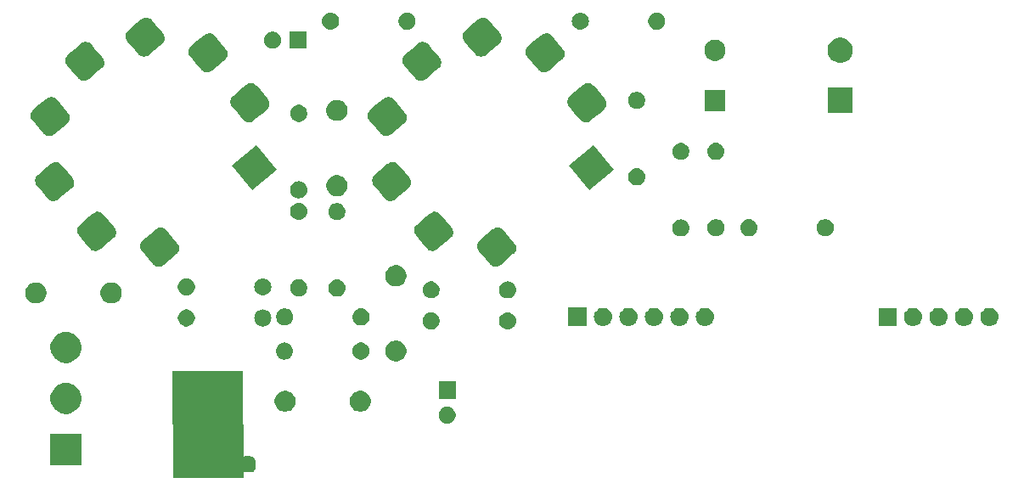
<source format=gts>
G04 #@! TF.GenerationSoftware,KiCad,Pcbnew,(5.1.0)-1*
G04 #@! TF.CreationDate,2019-04-19T18:26:43+02:00*
G04 #@! TF.ProjectId,pcb_tube,7063625f-7475-4626-952e-6b696361645f,rev?*
G04 #@! TF.SameCoordinates,Original*
G04 #@! TF.FileFunction,Soldermask,Top*
G04 #@! TF.FilePolarity,Negative*
%FSLAX46Y46*%
G04 Gerber Fmt 4.6, Leading zero omitted, Abs format (unit mm)*
G04 Created by KiCad (PCBNEW (5.1.0)-1) date 2019-04-19 18:26:43*
%MOMM*%
%LPD*%
G04 APERTURE LIST*
%ADD10C,0.100000*%
%ADD11C,0.200000*%
G04 APERTURE END LIST*
D10*
G36*
X52100000Y-99950000D02*
G01*
X45150000Y-99950000D01*
X45125000Y-89400000D01*
X52075000Y-89400000D01*
X52100000Y-99950000D01*
G37*
X52100000Y-99950000D02*
X45150000Y-99950000D01*
X45125000Y-89400000D01*
X52075000Y-89400000D01*
X52100000Y-99950000D01*
D11*
G36*
X49237306Y-89496039D02*
G01*
X49850122Y-89681935D01*
X49850125Y-89681936D01*
X50414897Y-89983812D01*
X50909927Y-90390073D01*
X51316188Y-90885102D01*
X51618064Y-91449874D01*
X51618064Y-91449875D01*
X51618065Y-91449877D01*
X51775006Y-91967240D01*
X51803961Y-92062694D01*
X51851000Y-92540288D01*
X51851000Y-96459712D01*
X51803961Y-96937306D01*
X51618064Y-97550127D01*
X51530352Y-97714225D01*
X51520974Y-97736864D01*
X51516194Y-97760897D01*
X51516194Y-97785401D01*
X51520975Y-97809435D01*
X51530352Y-97832073D01*
X51543966Y-97852448D01*
X51561293Y-97869775D01*
X51581667Y-97883388D01*
X51604306Y-97892766D01*
X51640591Y-97898148D01*
X52043860Y-97898148D01*
X52059999Y-97899737D01*
X52069608Y-97902652D01*
X52078472Y-97907390D01*
X52086237Y-97913763D01*
X52096448Y-97926206D01*
X52103378Y-97936575D01*
X52120705Y-97953902D01*
X52141080Y-97967515D01*
X52163720Y-97976891D01*
X52187753Y-97981671D01*
X52212257Y-97981670D01*
X52236290Y-97976888D01*
X52258929Y-97967510D01*
X52279302Y-97953895D01*
X52296629Y-97936568D01*
X52303558Y-97926198D01*
X52313763Y-97913763D01*
X52321528Y-97907390D01*
X52330392Y-97902652D01*
X52340001Y-97899737D01*
X52356140Y-97898148D01*
X52843861Y-97898148D01*
X52862199Y-97899954D01*
X52874450Y-97900556D01*
X52892869Y-97900556D01*
X52915149Y-97902750D01*
X52999233Y-97919476D01*
X53020660Y-97925976D01*
X53099858Y-97958780D01*
X53105303Y-97961691D01*
X53105309Y-97961693D01*
X53114169Y-97966429D01*
X53114173Y-97966432D01*
X53119614Y-97969340D01*
X53190899Y-98016971D01*
X53208204Y-98031172D01*
X53268828Y-98091796D01*
X53283029Y-98109101D01*
X53330660Y-98180386D01*
X53333568Y-98185827D01*
X53333571Y-98185831D01*
X53338307Y-98194691D01*
X53338309Y-98194697D01*
X53341220Y-98200142D01*
X53374024Y-98279340D01*
X53380524Y-98300767D01*
X53397250Y-98384851D01*
X53399444Y-98407131D01*
X53399444Y-98425550D01*
X53400046Y-98437801D01*
X53401852Y-98456139D01*
X53401852Y-98943862D01*
X53400046Y-98962199D01*
X53399444Y-98974450D01*
X53399444Y-98992869D01*
X53397250Y-99015149D01*
X53380524Y-99099233D01*
X53374024Y-99120660D01*
X53341220Y-99199858D01*
X53338309Y-99205303D01*
X53338307Y-99205309D01*
X53333571Y-99214169D01*
X53333568Y-99214173D01*
X53330660Y-99219614D01*
X53283029Y-99290899D01*
X53268828Y-99308204D01*
X53208204Y-99368828D01*
X53190899Y-99383029D01*
X53119614Y-99430660D01*
X53114173Y-99433568D01*
X53114169Y-99433571D01*
X53105309Y-99438307D01*
X53105303Y-99438309D01*
X53099858Y-99441220D01*
X53020660Y-99474024D01*
X52999233Y-99480524D01*
X52915149Y-99497250D01*
X52892869Y-99499444D01*
X52874450Y-99499444D01*
X52862199Y-99500046D01*
X52843862Y-99501852D01*
X52356140Y-99501852D01*
X52340001Y-99500263D01*
X52330392Y-99497348D01*
X52321528Y-99492610D01*
X52313763Y-99486237D01*
X52303552Y-99473794D01*
X52296622Y-99463425D01*
X52279295Y-99446098D01*
X52258920Y-99432485D01*
X52236280Y-99423109D01*
X52212247Y-99418329D01*
X52187743Y-99418330D01*
X52163710Y-99423112D01*
X52141071Y-99432490D01*
X52120698Y-99446105D01*
X52103371Y-99463432D01*
X52096442Y-99473802D01*
X52086237Y-99486237D01*
X52078472Y-99492610D01*
X52069608Y-99497348D01*
X52059999Y-99500263D01*
X52043860Y-99501852D01*
X51556138Y-99501852D01*
X51537801Y-99500046D01*
X51525550Y-99499444D01*
X51507131Y-99499444D01*
X51484851Y-99497250D01*
X51400767Y-99480524D01*
X51379340Y-99474024D01*
X51300142Y-99441220D01*
X51294697Y-99438309D01*
X51294691Y-99438307D01*
X51285831Y-99433571D01*
X51285827Y-99433568D01*
X51280386Y-99430660D01*
X51209101Y-99383029D01*
X51191796Y-99368828D01*
X51131172Y-99308204D01*
X51116971Y-99290899D01*
X51069340Y-99219614D01*
X51066432Y-99214173D01*
X51066429Y-99214169D01*
X51061693Y-99205309D01*
X51061691Y-99205303D01*
X51058780Y-99199858D01*
X51025976Y-99120660D01*
X51019476Y-99099233D01*
X51002750Y-99015149D01*
X51000556Y-98992869D01*
X51000556Y-98974450D01*
X50999954Y-98962199D01*
X50998148Y-98943862D01*
X50998148Y-98801814D01*
X50995746Y-98777428D01*
X50988633Y-98753979D01*
X50977082Y-98732368D01*
X50961537Y-98713426D01*
X50942595Y-98697881D01*
X50920984Y-98686330D01*
X50897535Y-98679217D01*
X50873149Y-98676815D01*
X50848763Y-98679217D01*
X50825314Y-98686330D01*
X50803703Y-98697881D01*
X50793850Y-98705189D01*
X50414898Y-99016188D01*
X49850126Y-99318064D01*
X49850123Y-99318065D01*
X49237307Y-99503961D01*
X48600000Y-99566730D01*
X47962694Y-99503961D01*
X47349878Y-99318065D01*
X47349875Y-99318064D01*
X46785103Y-99016188D01*
X46290074Y-98609927D01*
X45883813Y-98114898D01*
X45581937Y-97550126D01*
X45396040Y-96937306D01*
X45349000Y-96459712D01*
X45349000Y-92540289D01*
X45396039Y-92062695D01*
X45396040Y-92062693D01*
X45581935Y-91449878D01*
X45581936Y-91449875D01*
X45883812Y-90885103D01*
X46290073Y-90390073D01*
X46785102Y-89983812D01*
X47349874Y-89681936D01*
X47349877Y-89681935D01*
X47962693Y-89496039D01*
X48600000Y-89433270D01*
X49237306Y-89496039D01*
X49237306Y-89496039D01*
G37*
G36*
X36051000Y-98751000D02*
G01*
X32949000Y-98751000D01*
X32949000Y-95649000D01*
X36051000Y-95649000D01*
X36051000Y-98751000D01*
X36051000Y-98751000D01*
G37*
G36*
X72748228Y-92981703D02*
G01*
X72903100Y-93045853D01*
X73042481Y-93138985D01*
X73161015Y-93257519D01*
X73254147Y-93396900D01*
X73318297Y-93551772D01*
X73351000Y-93716184D01*
X73351000Y-93883816D01*
X73318297Y-94048228D01*
X73254147Y-94203100D01*
X73161015Y-94342481D01*
X73042481Y-94461015D01*
X72903100Y-94554147D01*
X72748228Y-94618297D01*
X72583816Y-94651000D01*
X72416184Y-94651000D01*
X72251772Y-94618297D01*
X72096900Y-94554147D01*
X71957519Y-94461015D01*
X71838985Y-94342481D01*
X71745853Y-94203100D01*
X71681703Y-94048228D01*
X71649000Y-93883816D01*
X71649000Y-93716184D01*
X71681703Y-93551772D01*
X71745853Y-93396900D01*
X71838985Y-93257519D01*
X71957519Y-93138985D01*
X72096900Y-93045853D01*
X72251772Y-92981703D01*
X72416184Y-92949000D01*
X72583816Y-92949000D01*
X72748228Y-92981703D01*
X72748228Y-92981703D01*
G37*
G36*
X34802585Y-90598802D02*
G01*
X34952410Y-90628604D01*
X35234674Y-90745521D01*
X35488705Y-90915259D01*
X35704741Y-91131295D01*
X35874479Y-91385326D01*
X35991396Y-91667590D01*
X36051000Y-91967240D01*
X36051000Y-92272760D01*
X35991396Y-92572410D01*
X35874479Y-92854674D01*
X35704741Y-93108705D01*
X35488705Y-93324741D01*
X35234674Y-93494479D01*
X34952410Y-93611396D01*
X34802585Y-93641198D01*
X34652761Y-93671000D01*
X34347239Y-93671000D01*
X34197415Y-93641198D01*
X34047590Y-93611396D01*
X33765326Y-93494479D01*
X33511295Y-93324741D01*
X33295259Y-93108705D01*
X33125521Y-92854674D01*
X33008604Y-92572410D01*
X32949000Y-92272760D01*
X32949000Y-91967240D01*
X33008604Y-91667590D01*
X33125521Y-91385326D01*
X33295259Y-91131295D01*
X33511295Y-90915259D01*
X33765326Y-90745521D01*
X34047590Y-90628604D01*
X34197415Y-90598802D01*
X34347239Y-90569000D01*
X34652761Y-90569000D01*
X34802585Y-90598802D01*
X34802585Y-90598802D01*
G37*
G36*
X64151564Y-91389389D02*
G01*
X64342833Y-91468615D01*
X64342835Y-91468616D01*
X64514973Y-91583635D01*
X64661365Y-91730027D01*
X64776385Y-91902167D01*
X64855611Y-92093436D01*
X64896000Y-92296484D01*
X64896000Y-92503516D01*
X64855611Y-92706564D01*
X64794263Y-92854672D01*
X64776384Y-92897835D01*
X64661365Y-93069973D01*
X64514973Y-93216365D01*
X64342835Y-93331384D01*
X64342834Y-93331385D01*
X64342833Y-93331385D01*
X64151564Y-93410611D01*
X63948516Y-93451000D01*
X63741484Y-93451000D01*
X63538436Y-93410611D01*
X63347167Y-93331385D01*
X63347166Y-93331385D01*
X63347165Y-93331384D01*
X63175027Y-93216365D01*
X63028635Y-93069973D01*
X62913616Y-92897835D01*
X62895737Y-92854672D01*
X62834389Y-92706564D01*
X62794000Y-92503516D01*
X62794000Y-92296484D01*
X62834389Y-92093436D01*
X62913615Y-91902167D01*
X63028635Y-91730027D01*
X63175027Y-91583635D01*
X63347165Y-91468616D01*
X63347167Y-91468615D01*
X63538436Y-91389389D01*
X63741484Y-91349000D01*
X63948516Y-91349000D01*
X64151564Y-91389389D01*
X64151564Y-91389389D01*
G37*
G36*
X56651564Y-91389389D02*
G01*
X56842833Y-91468615D01*
X56842835Y-91468616D01*
X57014973Y-91583635D01*
X57161365Y-91730027D01*
X57276385Y-91902167D01*
X57355611Y-92093436D01*
X57396000Y-92296484D01*
X57396000Y-92503516D01*
X57355611Y-92706564D01*
X57294263Y-92854672D01*
X57276384Y-92897835D01*
X57161365Y-93069973D01*
X57014973Y-93216365D01*
X56842835Y-93331384D01*
X56842834Y-93331385D01*
X56842833Y-93331385D01*
X56651564Y-93410611D01*
X56448516Y-93451000D01*
X56241484Y-93451000D01*
X56038436Y-93410611D01*
X55847167Y-93331385D01*
X55847166Y-93331385D01*
X55847165Y-93331384D01*
X55675027Y-93216365D01*
X55528635Y-93069973D01*
X55413616Y-92897835D01*
X55395737Y-92854672D01*
X55334389Y-92706564D01*
X55294000Y-92503516D01*
X55294000Y-92296484D01*
X55334389Y-92093436D01*
X55413615Y-91902167D01*
X55528635Y-91730027D01*
X55675027Y-91583635D01*
X55847165Y-91468616D01*
X55847167Y-91468615D01*
X56038436Y-91389389D01*
X56241484Y-91349000D01*
X56448516Y-91349000D01*
X56651564Y-91389389D01*
X56651564Y-91389389D01*
G37*
G36*
X73351000Y-92151000D02*
G01*
X71649000Y-92151000D01*
X71649000Y-90449000D01*
X73351000Y-90449000D01*
X73351000Y-92151000D01*
X73351000Y-92151000D01*
G37*
G36*
X34802585Y-85518802D02*
G01*
X34952410Y-85548604D01*
X35234674Y-85665521D01*
X35488705Y-85835259D01*
X35704741Y-86051295D01*
X35874479Y-86305326D01*
X35991396Y-86587590D01*
X35995849Y-86609976D01*
X36051000Y-86887239D01*
X36051000Y-87192761D01*
X36026449Y-87316185D01*
X35991396Y-87492410D01*
X35874479Y-87774674D01*
X35704741Y-88028705D01*
X35488705Y-88244741D01*
X35234674Y-88414479D01*
X34952410Y-88531396D01*
X34802585Y-88561198D01*
X34652761Y-88591000D01*
X34347239Y-88591000D01*
X34197415Y-88561198D01*
X34047590Y-88531396D01*
X33765326Y-88414479D01*
X33511295Y-88244741D01*
X33295259Y-88028705D01*
X33125521Y-87774674D01*
X33008604Y-87492410D01*
X32973551Y-87316185D01*
X32949000Y-87192761D01*
X32949000Y-86887239D01*
X33004151Y-86609976D01*
X33008604Y-86587590D01*
X33125521Y-86305326D01*
X33295259Y-86051295D01*
X33511295Y-85835259D01*
X33765326Y-85665521D01*
X34047590Y-85548604D01*
X34197415Y-85518802D01*
X34347239Y-85489000D01*
X34652761Y-85489000D01*
X34802585Y-85518802D01*
X34802585Y-85518802D01*
G37*
G36*
X67706564Y-86389389D02*
G01*
X67897833Y-86468615D01*
X67897835Y-86468616D01*
X68069973Y-86583635D01*
X68216365Y-86730027D01*
X68321411Y-86887239D01*
X68331385Y-86902167D01*
X68410611Y-87093436D01*
X68451000Y-87296484D01*
X68451000Y-87503516D01*
X68410611Y-87706564D01*
X68340811Y-87875076D01*
X68331384Y-87897835D01*
X68216365Y-88069973D01*
X68069973Y-88216365D01*
X67897835Y-88331384D01*
X67897834Y-88331385D01*
X67897833Y-88331385D01*
X67706564Y-88410611D01*
X67503516Y-88451000D01*
X67296484Y-88451000D01*
X67093436Y-88410611D01*
X66902167Y-88331385D01*
X66902166Y-88331385D01*
X66902165Y-88331384D01*
X66730027Y-88216365D01*
X66583635Y-88069973D01*
X66468616Y-87897835D01*
X66459189Y-87875076D01*
X66389389Y-87706564D01*
X66349000Y-87503516D01*
X66349000Y-87296484D01*
X66389389Y-87093436D01*
X66468615Y-86902167D01*
X66478590Y-86887239D01*
X66583635Y-86730027D01*
X66730027Y-86583635D01*
X66902165Y-86468616D01*
X66902167Y-86468615D01*
X67093436Y-86389389D01*
X67296484Y-86349000D01*
X67503516Y-86349000D01*
X67706564Y-86389389D01*
X67706564Y-86389389D01*
G37*
G36*
X64148228Y-86581703D02*
G01*
X64303100Y-86645853D01*
X64442481Y-86738985D01*
X64561015Y-86857519D01*
X64654147Y-86996900D01*
X64718297Y-87151772D01*
X64751000Y-87316184D01*
X64751000Y-87483816D01*
X64718297Y-87648228D01*
X64654147Y-87803100D01*
X64561015Y-87942481D01*
X64442481Y-88061015D01*
X64303100Y-88154147D01*
X64148228Y-88218297D01*
X63983816Y-88251000D01*
X63816184Y-88251000D01*
X63651772Y-88218297D01*
X63496900Y-88154147D01*
X63357519Y-88061015D01*
X63238985Y-87942481D01*
X63145853Y-87803100D01*
X63081703Y-87648228D01*
X63049000Y-87483816D01*
X63049000Y-87316184D01*
X63081703Y-87151772D01*
X63145853Y-86996900D01*
X63238985Y-86857519D01*
X63357519Y-86738985D01*
X63496900Y-86645853D01*
X63651772Y-86581703D01*
X63816184Y-86549000D01*
X63983816Y-86549000D01*
X64148228Y-86581703D01*
X64148228Y-86581703D01*
G37*
G36*
X56446823Y-86561313D02*
G01*
X56607242Y-86609976D01*
X56674361Y-86645852D01*
X56755078Y-86688996D01*
X56884659Y-86795341D01*
X56991004Y-86924922D01*
X56991005Y-86924924D01*
X57070024Y-87072758D01*
X57118687Y-87233177D01*
X57135117Y-87400000D01*
X57118687Y-87566823D01*
X57070024Y-87727242D01*
X57029477Y-87803100D01*
X56991004Y-87875078D01*
X56884659Y-88004659D01*
X56755078Y-88111004D01*
X56755076Y-88111005D01*
X56607242Y-88190024D01*
X56446823Y-88238687D01*
X56321804Y-88251000D01*
X56238196Y-88251000D01*
X56113177Y-88238687D01*
X55952758Y-88190024D01*
X55804924Y-88111005D01*
X55804922Y-88111004D01*
X55675341Y-88004659D01*
X55568996Y-87875078D01*
X55530523Y-87803100D01*
X55489976Y-87727242D01*
X55441313Y-87566823D01*
X55424883Y-87400000D01*
X55441313Y-87233177D01*
X55489976Y-87072758D01*
X55568995Y-86924924D01*
X55568996Y-86924922D01*
X55675341Y-86795341D01*
X55804922Y-86688996D01*
X55885639Y-86645852D01*
X55952758Y-86609976D01*
X56113177Y-86561313D01*
X56238196Y-86549000D01*
X56321804Y-86549000D01*
X56446823Y-86561313D01*
X56446823Y-86561313D01*
G37*
G36*
X78686823Y-83561313D02*
G01*
X78847242Y-83609976D01*
X78914361Y-83645852D01*
X78995078Y-83688996D01*
X79124659Y-83795341D01*
X79231004Y-83924922D01*
X79231005Y-83924924D01*
X79310024Y-84072758D01*
X79358687Y-84233177D01*
X79375117Y-84400000D01*
X79358687Y-84566823D01*
X79330114Y-84661015D01*
X79314950Y-84711005D01*
X79310024Y-84727242D01*
X79261355Y-84818295D01*
X79231004Y-84875078D01*
X79124659Y-85004659D01*
X78995078Y-85111004D01*
X78995076Y-85111005D01*
X78847242Y-85190024D01*
X78686823Y-85238687D01*
X78561804Y-85251000D01*
X78478196Y-85251000D01*
X78353177Y-85238687D01*
X78192758Y-85190024D01*
X78044924Y-85111005D01*
X78044922Y-85111004D01*
X77915341Y-85004659D01*
X77808996Y-84875078D01*
X77778645Y-84818295D01*
X77729976Y-84727242D01*
X77725051Y-84711005D01*
X77709886Y-84661015D01*
X77681313Y-84566823D01*
X77664883Y-84400000D01*
X77681313Y-84233177D01*
X77729976Y-84072758D01*
X77808995Y-83924924D01*
X77808996Y-83924922D01*
X77915341Y-83795341D01*
X78044922Y-83688996D01*
X78125639Y-83645852D01*
X78192758Y-83609976D01*
X78353177Y-83561313D01*
X78478196Y-83549000D01*
X78561804Y-83549000D01*
X78686823Y-83561313D01*
X78686823Y-83561313D01*
G37*
G36*
X71148228Y-83581703D02*
G01*
X71303100Y-83645853D01*
X71442481Y-83738985D01*
X71561015Y-83857519D01*
X71654147Y-83996900D01*
X71718297Y-84151772D01*
X71751000Y-84316184D01*
X71751000Y-84483816D01*
X71718297Y-84648228D01*
X71654147Y-84803100D01*
X71561015Y-84942481D01*
X71442481Y-85061015D01*
X71303100Y-85154147D01*
X71148228Y-85218297D01*
X70983816Y-85251000D01*
X70816184Y-85251000D01*
X70651772Y-85218297D01*
X70496900Y-85154147D01*
X70357519Y-85061015D01*
X70238985Y-84942481D01*
X70145853Y-84803100D01*
X70081703Y-84648228D01*
X70049000Y-84483816D01*
X70049000Y-84316184D01*
X70081703Y-84151772D01*
X70145853Y-83996900D01*
X70238985Y-83857519D01*
X70357519Y-83738985D01*
X70496900Y-83645853D01*
X70651772Y-83581703D01*
X70816184Y-83549000D01*
X70983816Y-83549000D01*
X71148228Y-83581703D01*
X71148228Y-83581703D01*
G37*
G36*
X54286823Y-83261313D02*
G01*
X54447242Y-83309976D01*
X54514361Y-83345852D01*
X54595078Y-83388996D01*
X54724659Y-83495341D01*
X54831004Y-83624922D01*
X54831005Y-83624924D01*
X54910024Y-83772758D01*
X54958687Y-83933177D01*
X54975117Y-84100000D01*
X54958687Y-84266823D01*
X54910024Y-84427242D01*
X54869477Y-84503100D01*
X54831004Y-84575078D01*
X54724659Y-84704659D01*
X54595078Y-84811004D01*
X54595076Y-84811005D01*
X54447242Y-84890024D01*
X54286823Y-84938687D01*
X54161804Y-84951000D01*
X54078196Y-84951000D01*
X53953177Y-84938687D01*
X53792758Y-84890024D01*
X53644924Y-84811005D01*
X53644922Y-84811004D01*
X53515341Y-84704659D01*
X53408996Y-84575078D01*
X53370523Y-84503100D01*
X53329976Y-84427242D01*
X53281313Y-84266823D01*
X53264883Y-84100000D01*
X53281313Y-83933177D01*
X53329976Y-83772758D01*
X53408995Y-83624924D01*
X53408996Y-83624922D01*
X53515341Y-83495341D01*
X53644922Y-83388996D01*
X53725639Y-83345852D01*
X53792758Y-83309976D01*
X53953177Y-83261313D01*
X54078196Y-83249000D01*
X54161804Y-83249000D01*
X54286823Y-83261313D01*
X54286823Y-83261313D01*
G37*
G36*
X46748228Y-83281703D02*
G01*
X46903100Y-83345853D01*
X47042481Y-83438985D01*
X47161015Y-83557519D01*
X47254147Y-83696900D01*
X47318297Y-83851772D01*
X47351000Y-84016184D01*
X47351000Y-84183816D01*
X47318297Y-84348228D01*
X47254147Y-84503100D01*
X47161015Y-84642481D01*
X47042481Y-84761015D01*
X46903100Y-84854147D01*
X46748228Y-84918297D01*
X46583816Y-84951000D01*
X46416184Y-84951000D01*
X46251772Y-84918297D01*
X46096900Y-84854147D01*
X45957519Y-84761015D01*
X45838985Y-84642481D01*
X45745853Y-84503100D01*
X45681703Y-84348228D01*
X45649000Y-84183816D01*
X45649000Y-84016184D01*
X45681703Y-83851772D01*
X45745853Y-83696900D01*
X45838985Y-83557519D01*
X45957519Y-83438985D01*
X46096900Y-83345853D01*
X46251772Y-83281703D01*
X46416184Y-83249000D01*
X46583816Y-83249000D01*
X46748228Y-83281703D01*
X46748228Y-83281703D01*
G37*
G36*
X98310442Y-83105518D02*
G01*
X98376627Y-83112037D01*
X98546466Y-83163557D01*
X98702991Y-83247222D01*
X98720162Y-83261314D01*
X98840186Y-83359814D01*
X98905159Y-83438985D01*
X98952778Y-83497009D01*
X99036443Y-83653534D01*
X99087963Y-83823373D01*
X99105359Y-84000000D01*
X99087963Y-84176627D01*
X99036443Y-84346466D01*
X98952778Y-84502991D01*
X98923448Y-84538729D01*
X98840186Y-84640186D01*
X98738729Y-84723448D01*
X98702991Y-84752778D01*
X98702989Y-84752779D01*
X98608852Y-84803097D01*
X98546466Y-84836443D01*
X98376627Y-84887963D01*
X98310442Y-84894482D01*
X98244260Y-84901000D01*
X98155740Y-84901000D01*
X98089558Y-84894482D01*
X98023373Y-84887963D01*
X97853534Y-84836443D01*
X97791149Y-84803097D01*
X97697011Y-84752779D01*
X97697009Y-84752778D01*
X97661271Y-84723448D01*
X97559814Y-84640186D01*
X97476552Y-84538729D01*
X97447222Y-84502991D01*
X97363557Y-84346466D01*
X97312037Y-84176627D01*
X97294641Y-84000000D01*
X97312037Y-83823373D01*
X97363557Y-83653534D01*
X97447222Y-83497009D01*
X97494841Y-83438985D01*
X97559814Y-83359814D01*
X97679838Y-83261314D01*
X97697009Y-83247222D01*
X97853534Y-83163557D01*
X98023373Y-83112037D01*
X98089558Y-83105518D01*
X98155740Y-83099000D01*
X98244260Y-83099000D01*
X98310442Y-83105518D01*
X98310442Y-83105518D01*
G37*
G36*
X95770442Y-83105518D02*
G01*
X95836627Y-83112037D01*
X96006466Y-83163557D01*
X96162991Y-83247222D01*
X96180162Y-83261314D01*
X96300186Y-83359814D01*
X96365159Y-83438985D01*
X96412778Y-83497009D01*
X96496443Y-83653534D01*
X96547963Y-83823373D01*
X96565359Y-84000000D01*
X96547963Y-84176627D01*
X96496443Y-84346466D01*
X96412778Y-84502991D01*
X96383448Y-84538729D01*
X96300186Y-84640186D01*
X96198729Y-84723448D01*
X96162991Y-84752778D01*
X96162989Y-84752779D01*
X96068852Y-84803097D01*
X96006466Y-84836443D01*
X95836627Y-84887963D01*
X95770442Y-84894482D01*
X95704260Y-84901000D01*
X95615740Y-84901000D01*
X95549558Y-84894482D01*
X95483373Y-84887963D01*
X95313534Y-84836443D01*
X95251149Y-84803097D01*
X95157011Y-84752779D01*
X95157009Y-84752778D01*
X95121271Y-84723448D01*
X95019814Y-84640186D01*
X94936552Y-84538729D01*
X94907222Y-84502991D01*
X94823557Y-84346466D01*
X94772037Y-84176627D01*
X94754641Y-84000000D01*
X94772037Y-83823373D01*
X94823557Y-83653534D01*
X94907222Y-83497009D01*
X94954841Y-83438985D01*
X95019814Y-83359814D01*
X95139838Y-83261314D01*
X95157009Y-83247222D01*
X95313534Y-83163557D01*
X95483373Y-83112037D01*
X95549558Y-83105518D01*
X95615740Y-83099000D01*
X95704260Y-83099000D01*
X95770442Y-83105518D01*
X95770442Y-83105518D01*
G37*
G36*
X93230442Y-83105518D02*
G01*
X93296627Y-83112037D01*
X93466466Y-83163557D01*
X93622991Y-83247222D01*
X93640162Y-83261314D01*
X93760186Y-83359814D01*
X93825159Y-83438985D01*
X93872778Y-83497009D01*
X93956443Y-83653534D01*
X94007963Y-83823373D01*
X94025359Y-84000000D01*
X94007963Y-84176627D01*
X93956443Y-84346466D01*
X93872778Y-84502991D01*
X93843448Y-84538729D01*
X93760186Y-84640186D01*
X93658729Y-84723448D01*
X93622991Y-84752778D01*
X93622989Y-84752779D01*
X93528852Y-84803097D01*
X93466466Y-84836443D01*
X93296627Y-84887963D01*
X93230442Y-84894482D01*
X93164260Y-84901000D01*
X93075740Y-84901000D01*
X93009558Y-84894482D01*
X92943373Y-84887963D01*
X92773534Y-84836443D01*
X92711149Y-84803097D01*
X92617011Y-84752779D01*
X92617009Y-84752778D01*
X92581271Y-84723448D01*
X92479814Y-84640186D01*
X92396552Y-84538729D01*
X92367222Y-84502991D01*
X92283557Y-84346466D01*
X92232037Y-84176627D01*
X92214641Y-84000000D01*
X92232037Y-83823373D01*
X92283557Y-83653534D01*
X92367222Y-83497009D01*
X92414841Y-83438985D01*
X92479814Y-83359814D01*
X92599838Y-83261314D01*
X92617009Y-83247222D01*
X92773534Y-83163557D01*
X92943373Y-83112037D01*
X93009558Y-83105518D01*
X93075740Y-83099000D01*
X93164260Y-83099000D01*
X93230442Y-83105518D01*
X93230442Y-83105518D01*
G37*
G36*
X90690442Y-83105518D02*
G01*
X90756627Y-83112037D01*
X90926466Y-83163557D01*
X91082991Y-83247222D01*
X91100162Y-83261314D01*
X91220186Y-83359814D01*
X91285159Y-83438985D01*
X91332778Y-83497009D01*
X91416443Y-83653534D01*
X91467963Y-83823373D01*
X91485359Y-84000000D01*
X91467963Y-84176627D01*
X91416443Y-84346466D01*
X91332778Y-84502991D01*
X91303448Y-84538729D01*
X91220186Y-84640186D01*
X91118729Y-84723448D01*
X91082991Y-84752778D01*
X91082989Y-84752779D01*
X90988852Y-84803097D01*
X90926466Y-84836443D01*
X90756627Y-84887963D01*
X90690442Y-84894482D01*
X90624260Y-84901000D01*
X90535740Y-84901000D01*
X90469558Y-84894482D01*
X90403373Y-84887963D01*
X90233534Y-84836443D01*
X90171149Y-84803097D01*
X90077011Y-84752779D01*
X90077009Y-84752778D01*
X90041271Y-84723448D01*
X89939814Y-84640186D01*
X89856552Y-84538729D01*
X89827222Y-84502991D01*
X89743557Y-84346466D01*
X89692037Y-84176627D01*
X89674641Y-84000000D01*
X89692037Y-83823373D01*
X89743557Y-83653534D01*
X89827222Y-83497009D01*
X89874841Y-83438985D01*
X89939814Y-83359814D01*
X90059838Y-83261314D01*
X90077009Y-83247222D01*
X90233534Y-83163557D01*
X90403373Y-83112037D01*
X90469558Y-83105518D01*
X90535740Y-83099000D01*
X90624260Y-83099000D01*
X90690442Y-83105518D01*
X90690442Y-83105518D01*
G37*
G36*
X119070442Y-83105518D02*
G01*
X119136627Y-83112037D01*
X119306466Y-83163557D01*
X119462991Y-83247222D01*
X119480162Y-83261314D01*
X119600186Y-83359814D01*
X119665159Y-83438985D01*
X119712778Y-83497009D01*
X119796443Y-83653534D01*
X119847963Y-83823373D01*
X119865359Y-84000000D01*
X119847963Y-84176627D01*
X119796443Y-84346466D01*
X119712778Y-84502991D01*
X119683448Y-84538729D01*
X119600186Y-84640186D01*
X119498729Y-84723448D01*
X119462991Y-84752778D01*
X119462989Y-84752779D01*
X119368852Y-84803097D01*
X119306466Y-84836443D01*
X119136627Y-84887963D01*
X119070442Y-84894482D01*
X119004260Y-84901000D01*
X118915740Y-84901000D01*
X118849558Y-84894482D01*
X118783373Y-84887963D01*
X118613534Y-84836443D01*
X118551149Y-84803097D01*
X118457011Y-84752779D01*
X118457009Y-84752778D01*
X118421271Y-84723448D01*
X118319814Y-84640186D01*
X118236552Y-84538729D01*
X118207222Y-84502991D01*
X118123557Y-84346466D01*
X118072037Y-84176627D01*
X118054641Y-84000000D01*
X118072037Y-83823373D01*
X118123557Y-83653534D01*
X118207222Y-83497009D01*
X118254841Y-83438985D01*
X118319814Y-83359814D01*
X118439838Y-83261314D01*
X118457009Y-83247222D01*
X118613534Y-83163557D01*
X118783373Y-83112037D01*
X118849558Y-83105518D01*
X118915740Y-83099000D01*
X119004260Y-83099000D01*
X119070442Y-83105518D01*
X119070442Y-83105518D01*
G37*
G36*
X124150442Y-83105518D02*
G01*
X124216627Y-83112037D01*
X124386466Y-83163557D01*
X124542991Y-83247222D01*
X124560162Y-83261314D01*
X124680186Y-83359814D01*
X124745159Y-83438985D01*
X124792778Y-83497009D01*
X124876443Y-83653534D01*
X124927963Y-83823373D01*
X124945359Y-84000000D01*
X124927963Y-84176627D01*
X124876443Y-84346466D01*
X124792778Y-84502991D01*
X124763448Y-84538729D01*
X124680186Y-84640186D01*
X124578729Y-84723448D01*
X124542991Y-84752778D01*
X124542989Y-84752779D01*
X124448852Y-84803097D01*
X124386466Y-84836443D01*
X124216627Y-84887963D01*
X124150442Y-84894482D01*
X124084260Y-84901000D01*
X123995740Y-84901000D01*
X123929558Y-84894482D01*
X123863373Y-84887963D01*
X123693534Y-84836443D01*
X123631149Y-84803097D01*
X123537011Y-84752779D01*
X123537009Y-84752778D01*
X123501271Y-84723448D01*
X123399814Y-84640186D01*
X123316552Y-84538729D01*
X123287222Y-84502991D01*
X123203557Y-84346466D01*
X123152037Y-84176627D01*
X123134641Y-84000000D01*
X123152037Y-83823373D01*
X123203557Y-83653534D01*
X123287222Y-83497009D01*
X123334841Y-83438985D01*
X123399814Y-83359814D01*
X123519838Y-83261314D01*
X123537009Y-83247222D01*
X123693534Y-83163557D01*
X123863373Y-83112037D01*
X123929558Y-83105518D01*
X123995740Y-83099000D01*
X124084260Y-83099000D01*
X124150442Y-83105518D01*
X124150442Y-83105518D01*
G37*
G36*
X126690442Y-83105518D02*
G01*
X126756627Y-83112037D01*
X126926466Y-83163557D01*
X127082991Y-83247222D01*
X127100162Y-83261314D01*
X127220186Y-83359814D01*
X127285159Y-83438985D01*
X127332778Y-83497009D01*
X127416443Y-83653534D01*
X127467963Y-83823373D01*
X127485359Y-84000000D01*
X127467963Y-84176627D01*
X127416443Y-84346466D01*
X127332778Y-84502991D01*
X127303448Y-84538729D01*
X127220186Y-84640186D01*
X127118729Y-84723448D01*
X127082991Y-84752778D01*
X127082989Y-84752779D01*
X126988852Y-84803097D01*
X126926466Y-84836443D01*
X126756627Y-84887963D01*
X126690442Y-84894482D01*
X126624260Y-84901000D01*
X126535740Y-84901000D01*
X126469558Y-84894482D01*
X126403373Y-84887963D01*
X126233534Y-84836443D01*
X126171149Y-84803097D01*
X126077011Y-84752779D01*
X126077009Y-84752778D01*
X126041271Y-84723448D01*
X125939814Y-84640186D01*
X125856552Y-84538729D01*
X125827222Y-84502991D01*
X125743557Y-84346466D01*
X125692037Y-84176627D01*
X125674641Y-84000000D01*
X125692037Y-83823373D01*
X125743557Y-83653534D01*
X125827222Y-83497009D01*
X125874841Y-83438985D01*
X125939814Y-83359814D01*
X126059838Y-83261314D01*
X126077009Y-83247222D01*
X126233534Y-83163557D01*
X126403373Y-83112037D01*
X126469558Y-83105518D01*
X126535740Y-83099000D01*
X126624260Y-83099000D01*
X126690442Y-83105518D01*
X126690442Y-83105518D01*
G37*
G36*
X88150442Y-83105518D02*
G01*
X88216627Y-83112037D01*
X88386466Y-83163557D01*
X88542991Y-83247222D01*
X88560162Y-83261314D01*
X88680186Y-83359814D01*
X88745159Y-83438985D01*
X88792778Y-83497009D01*
X88876443Y-83653534D01*
X88927963Y-83823373D01*
X88945359Y-84000000D01*
X88927963Y-84176627D01*
X88876443Y-84346466D01*
X88792778Y-84502991D01*
X88763448Y-84538729D01*
X88680186Y-84640186D01*
X88578729Y-84723448D01*
X88542991Y-84752778D01*
X88542989Y-84752779D01*
X88448852Y-84803097D01*
X88386466Y-84836443D01*
X88216627Y-84887963D01*
X88150442Y-84894482D01*
X88084260Y-84901000D01*
X87995740Y-84901000D01*
X87929558Y-84894482D01*
X87863373Y-84887963D01*
X87693534Y-84836443D01*
X87631149Y-84803097D01*
X87537011Y-84752779D01*
X87537009Y-84752778D01*
X87501271Y-84723448D01*
X87399814Y-84640186D01*
X87316552Y-84538729D01*
X87287222Y-84502991D01*
X87203557Y-84346466D01*
X87152037Y-84176627D01*
X87134641Y-84000000D01*
X87152037Y-83823373D01*
X87203557Y-83653534D01*
X87287222Y-83497009D01*
X87334841Y-83438985D01*
X87399814Y-83359814D01*
X87519838Y-83261314D01*
X87537009Y-83247222D01*
X87693534Y-83163557D01*
X87863373Y-83112037D01*
X87929558Y-83105518D01*
X87995740Y-83099000D01*
X88084260Y-83099000D01*
X88150442Y-83105518D01*
X88150442Y-83105518D01*
G37*
G36*
X117321000Y-84901000D02*
G01*
X115519000Y-84901000D01*
X115519000Y-83099000D01*
X117321000Y-83099000D01*
X117321000Y-84901000D01*
X117321000Y-84901000D01*
G37*
G36*
X121610442Y-83105518D02*
G01*
X121676627Y-83112037D01*
X121846466Y-83163557D01*
X122002991Y-83247222D01*
X122020162Y-83261314D01*
X122140186Y-83359814D01*
X122205159Y-83438985D01*
X122252778Y-83497009D01*
X122336443Y-83653534D01*
X122387963Y-83823373D01*
X122405359Y-84000000D01*
X122387963Y-84176627D01*
X122336443Y-84346466D01*
X122252778Y-84502991D01*
X122223448Y-84538729D01*
X122140186Y-84640186D01*
X122038729Y-84723448D01*
X122002991Y-84752778D01*
X122002989Y-84752779D01*
X121908852Y-84803097D01*
X121846466Y-84836443D01*
X121676627Y-84887963D01*
X121610442Y-84894482D01*
X121544260Y-84901000D01*
X121455740Y-84901000D01*
X121389558Y-84894482D01*
X121323373Y-84887963D01*
X121153534Y-84836443D01*
X121091149Y-84803097D01*
X120997011Y-84752779D01*
X120997009Y-84752778D01*
X120961271Y-84723448D01*
X120859814Y-84640186D01*
X120776552Y-84538729D01*
X120747222Y-84502991D01*
X120663557Y-84346466D01*
X120612037Y-84176627D01*
X120594641Y-84000000D01*
X120612037Y-83823373D01*
X120663557Y-83653534D01*
X120747222Y-83497009D01*
X120794841Y-83438985D01*
X120859814Y-83359814D01*
X120979838Y-83261314D01*
X120997009Y-83247222D01*
X121153534Y-83163557D01*
X121323373Y-83112037D01*
X121389558Y-83105518D01*
X121455740Y-83099000D01*
X121544260Y-83099000D01*
X121610442Y-83105518D01*
X121610442Y-83105518D01*
G37*
G36*
X86401000Y-84881000D02*
G01*
X84599000Y-84881000D01*
X84599000Y-83079000D01*
X86401000Y-83079000D01*
X86401000Y-84881000D01*
X86401000Y-84881000D01*
G37*
G36*
X64086823Y-83161313D02*
G01*
X64247242Y-83209976D01*
X64379906Y-83280886D01*
X64395078Y-83288996D01*
X64524659Y-83395341D01*
X64631004Y-83524922D01*
X64631005Y-83524924D01*
X64710024Y-83672758D01*
X64710025Y-83672761D01*
X64714950Y-83688996D01*
X64758687Y-83833177D01*
X64775117Y-84000000D01*
X64758687Y-84166823D01*
X64710024Y-84327242D01*
X64669477Y-84403100D01*
X64631004Y-84475078D01*
X64524659Y-84604659D01*
X64395078Y-84711004D01*
X64395076Y-84711005D01*
X64247242Y-84790024D01*
X64086823Y-84838687D01*
X63961804Y-84851000D01*
X63878196Y-84851000D01*
X63753177Y-84838687D01*
X63592758Y-84790024D01*
X63444924Y-84711005D01*
X63444922Y-84711004D01*
X63315341Y-84604659D01*
X63208996Y-84475078D01*
X63170523Y-84403100D01*
X63129976Y-84327242D01*
X63081313Y-84166823D01*
X63064883Y-84000000D01*
X63081313Y-83833177D01*
X63125050Y-83688996D01*
X63129975Y-83672761D01*
X63129976Y-83672758D01*
X63208995Y-83524924D01*
X63208996Y-83524922D01*
X63315341Y-83395341D01*
X63444922Y-83288996D01*
X63460094Y-83280886D01*
X63592758Y-83209976D01*
X63753177Y-83161313D01*
X63878196Y-83149000D01*
X63961804Y-83149000D01*
X64086823Y-83161313D01*
X64086823Y-83161313D01*
G37*
G36*
X56548228Y-83181703D02*
G01*
X56703100Y-83245853D01*
X56842481Y-83338985D01*
X56961015Y-83457519D01*
X57054147Y-83596900D01*
X57118297Y-83751772D01*
X57151000Y-83916184D01*
X57151000Y-84083816D01*
X57118297Y-84248228D01*
X57054147Y-84403100D01*
X56961015Y-84542481D01*
X56842481Y-84661015D01*
X56703100Y-84754147D01*
X56548228Y-84818297D01*
X56383816Y-84851000D01*
X56216184Y-84851000D01*
X56051772Y-84818297D01*
X55896900Y-84754147D01*
X55757519Y-84661015D01*
X55638985Y-84542481D01*
X55545853Y-84403100D01*
X55481703Y-84248228D01*
X55449000Y-84083816D01*
X55449000Y-83916184D01*
X55481703Y-83751772D01*
X55545853Y-83596900D01*
X55638985Y-83457519D01*
X55757519Y-83338985D01*
X55896900Y-83245853D01*
X56051772Y-83181703D01*
X56216184Y-83149000D01*
X56383816Y-83149000D01*
X56548228Y-83181703D01*
X56548228Y-83181703D01*
G37*
G36*
X31806564Y-80589389D02*
G01*
X31997833Y-80668615D01*
X31997835Y-80668616D01*
X32169973Y-80783635D01*
X32316365Y-80930027D01*
X32419124Y-81083816D01*
X32431385Y-81102167D01*
X32510611Y-81293436D01*
X32551000Y-81496484D01*
X32551000Y-81703516D01*
X32510611Y-81906564D01*
X32434619Y-82090025D01*
X32431384Y-82097835D01*
X32316365Y-82269973D01*
X32169973Y-82416365D01*
X31997835Y-82531384D01*
X31997834Y-82531385D01*
X31997833Y-82531385D01*
X31806564Y-82610611D01*
X31603516Y-82651000D01*
X31396484Y-82651000D01*
X31193436Y-82610611D01*
X31002167Y-82531385D01*
X31002166Y-82531385D01*
X31002165Y-82531384D01*
X30830027Y-82416365D01*
X30683635Y-82269973D01*
X30568616Y-82097835D01*
X30565381Y-82090025D01*
X30489389Y-81906564D01*
X30449000Y-81703516D01*
X30449000Y-81496484D01*
X30489389Y-81293436D01*
X30568615Y-81102167D01*
X30580877Y-81083816D01*
X30683635Y-80930027D01*
X30830027Y-80783635D01*
X31002165Y-80668616D01*
X31002167Y-80668615D01*
X31193436Y-80589389D01*
X31396484Y-80549000D01*
X31603516Y-80549000D01*
X31806564Y-80589389D01*
X31806564Y-80589389D01*
G37*
G36*
X39306564Y-80589389D02*
G01*
X39497833Y-80668615D01*
X39497835Y-80668616D01*
X39669973Y-80783635D01*
X39816365Y-80930027D01*
X39919124Y-81083816D01*
X39931385Y-81102167D01*
X40010611Y-81293436D01*
X40051000Y-81496484D01*
X40051000Y-81703516D01*
X40010611Y-81906564D01*
X39934619Y-82090025D01*
X39931384Y-82097835D01*
X39816365Y-82269973D01*
X39669973Y-82416365D01*
X39497835Y-82531384D01*
X39497834Y-82531385D01*
X39497833Y-82531385D01*
X39306564Y-82610611D01*
X39103516Y-82651000D01*
X38896484Y-82651000D01*
X38693436Y-82610611D01*
X38502167Y-82531385D01*
X38502166Y-82531385D01*
X38502165Y-82531384D01*
X38330027Y-82416365D01*
X38183635Y-82269973D01*
X38068616Y-82097835D01*
X38065381Y-82090025D01*
X37989389Y-81906564D01*
X37949000Y-81703516D01*
X37949000Y-81496484D01*
X37989389Y-81293436D01*
X38068615Y-81102167D01*
X38080877Y-81083816D01*
X38183635Y-80930027D01*
X38330027Y-80783635D01*
X38502165Y-80668616D01*
X38502167Y-80668615D01*
X38693436Y-80589389D01*
X38896484Y-80549000D01*
X39103516Y-80549000D01*
X39306564Y-80589389D01*
X39306564Y-80589389D01*
G37*
G36*
X71148228Y-80481703D02*
G01*
X71303100Y-80545853D01*
X71442481Y-80638985D01*
X71561015Y-80757519D01*
X71654147Y-80896900D01*
X71718297Y-81051772D01*
X71751000Y-81216184D01*
X71751000Y-81383816D01*
X71718297Y-81548228D01*
X71654147Y-81703100D01*
X71561015Y-81842481D01*
X71442481Y-81961015D01*
X71303100Y-82054147D01*
X71148228Y-82118297D01*
X70983816Y-82151000D01*
X70816184Y-82151000D01*
X70651772Y-82118297D01*
X70496900Y-82054147D01*
X70357519Y-81961015D01*
X70238985Y-81842481D01*
X70145853Y-81703100D01*
X70081703Y-81548228D01*
X70049000Y-81383816D01*
X70049000Y-81216184D01*
X70081703Y-81051772D01*
X70145853Y-80896900D01*
X70238985Y-80757519D01*
X70357519Y-80638985D01*
X70496900Y-80545853D01*
X70651772Y-80481703D01*
X70816184Y-80449000D01*
X70983816Y-80449000D01*
X71148228Y-80481703D01*
X71148228Y-80481703D01*
G37*
G36*
X78686823Y-80461313D02*
G01*
X78847242Y-80509976D01*
X78936190Y-80557520D01*
X78995078Y-80588996D01*
X79124659Y-80695341D01*
X79231004Y-80824922D01*
X79235415Y-80833175D01*
X79310024Y-80972758D01*
X79358687Y-81133177D01*
X79375117Y-81300000D01*
X79358687Y-81466823D01*
X79310024Y-81627242D01*
X79257953Y-81724659D01*
X79231004Y-81775078D01*
X79124659Y-81904659D01*
X78995078Y-82011004D01*
X78995076Y-82011005D01*
X78847242Y-82090024D01*
X78686823Y-82138687D01*
X78561804Y-82151000D01*
X78478196Y-82151000D01*
X78353177Y-82138687D01*
X78192758Y-82090024D01*
X78044924Y-82011005D01*
X78044922Y-82011004D01*
X77915341Y-81904659D01*
X77808996Y-81775078D01*
X77782047Y-81724659D01*
X77729976Y-81627242D01*
X77681313Y-81466823D01*
X77664883Y-81300000D01*
X77681313Y-81133177D01*
X77729976Y-80972758D01*
X77804585Y-80833175D01*
X77808996Y-80824922D01*
X77915341Y-80695341D01*
X78044922Y-80588996D01*
X78103810Y-80557520D01*
X78192758Y-80509976D01*
X78353177Y-80461313D01*
X78478196Y-80449000D01*
X78561804Y-80449000D01*
X78686823Y-80461313D01*
X78686823Y-80461313D01*
G37*
G36*
X61666823Y-80281313D02*
G01*
X61827242Y-80329976D01*
X61949531Y-80395341D01*
X61975078Y-80408996D01*
X62104659Y-80515341D01*
X62211004Y-80644922D01*
X62211005Y-80644924D01*
X62290024Y-80792758D01*
X62338687Y-80953177D01*
X62355117Y-81120000D01*
X62338687Y-81286823D01*
X62290024Y-81447242D01*
X62236046Y-81548228D01*
X62211004Y-81595078D01*
X62104659Y-81724659D01*
X61975078Y-81831004D01*
X61975076Y-81831005D01*
X61827242Y-81910024D01*
X61666823Y-81958687D01*
X61541804Y-81971000D01*
X61458196Y-81971000D01*
X61333177Y-81958687D01*
X61172758Y-81910024D01*
X61024924Y-81831005D01*
X61024922Y-81831004D01*
X60895341Y-81724659D01*
X60788996Y-81595078D01*
X60763954Y-81548228D01*
X60709976Y-81447242D01*
X60661313Y-81286823D01*
X60644883Y-81120000D01*
X60661313Y-80953177D01*
X60709976Y-80792758D01*
X60788995Y-80644924D01*
X60788996Y-80644922D01*
X60895341Y-80515341D01*
X61024922Y-80408996D01*
X61050469Y-80395341D01*
X61172758Y-80329976D01*
X61333177Y-80281313D01*
X61458196Y-80269000D01*
X61541804Y-80269000D01*
X61666823Y-80281313D01*
X61666823Y-80281313D01*
G37*
G36*
X57948228Y-80281703D02*
G01*
X58103100Y-80345853D01*
X58242481Y-80438985D01*
X58361015Y-80557519D01*
X58454147Y-80696900D01*
X58518297Y-80851772D01*
X58551000Y-81016184D01*
X58551000Y-81183816D01*
X58518297Y-81348228D01*
X58454147Y-81503100D01*
X58361015Y-81642481D01*
X58242481Y-81761015D01*
X58103100Y-81854147D01*
X57948228Y-81918297D01*
X57783816Y-81951000D01*
X57616184Y-81951000D01*
X57451772Y-81918297D01*
X57296900Y-81854147D01*
X57157519Y-81761015D01*
X57038985Y-81642481D01*
X56945853Y-81503100D01*
X56881703Y-81348228D01*
X56849000Y-81183816D01*
X56849000Y-81016184D01*
X56881703Y-80851772D01*
X56945853Y-80696900D01*
X57038985Y-80557519D01*
X57157519Y-80438985D01*
X57296900Y-80345853D01*
X57451772Y-80281703D01*
X57616184Y-80249000D01*
X57783816Y-80249000D01*
X57948228Y-80281703D01*
X57948228Y-80281703D01*
G37*
G36*
X46748228Y-80181703D02*
G01*
X46903100Y-80245853D01*
X47042481Y-80338985D01*
X47161015Y-80457519D01*
X47254147Y-80596900D01*
X47318297Y-80751772D01*
X47351000Y-80916184D01*
X47351000Y-81083816D01*
X47318297Y-81248228D01*
X47254147Y-81403100D01*
X47161015Y-81542481D01*
X47042481Y-81661015D01*
X46903100Y-81754147D01*
X46748228Y-81818297D01*
X46583816Y-81851000D01*
X46416184Y-81851000D01*
X46251772Y-81818297D01*
X46096900Y-81754147D01*
X45957519Y-81661015D01*
X45838985Y-81542481D01*
X45745853Y-81403100D01*
X45681703Y-81248228D01*
X45649000Y-81083816D01*
X45649000Y-80916184D01*
X45681703Y-80751772D01*
X45745853Y-80596900D01*
X45838985Y-80457519D01*
X45957519Y-80338985D01*
X46096900Y-80245853D01*
X46251772Y-80181703D01*
X46416184Y-80149000D01*
X46583816Y-80149000D01*
X46748228Y-80181703D01*
X46748228Y-80181703D01*
G37*
G36*
X54286823Y-80161313D02*
G01*
X54447242Y-80209976D01*
X54557668Y-80269000D01*
X54595078Y-80288996D01*
X54724659Y-80395341D01*
X54831004Y-80524922D01*
X54831005Y-80524924D01*
X54910024Y-80672758D01*
X54958687Y-80833177D01*
X54975117Y-81000000D01*
X54958687Y-81166823D01*
X54910024Y-81327242D01*
X54869477Y-81403100D01*
X54831004Y-81475078D01*
X54724659Y-81604659D01*
X54595078Y-81711004D01*
X54595076Y-81711005D01*
X54447242Y-81790024D01*
X54286823Y-81838687D01*
X54161804Y-81851000D01*
X54078196Y-81851000D01*
X53953177Y-81838687D01*
X53792758Y-81790024D01*
X53644924Y-81711005D01*
X53644922Y-81711004D01*
X53515341Y-81604659D01*
X53408996Y-81475078D01*
X53370523Y-81403100D01*
X53329976Y-81327242D01*
X53281313Y-81166823D01*
X53264883Y-81000000D01*
X53281313Y-80833177D01*
X53329976Y-80672758D01*
X53408995Y-80524924D01*
X53408996Y-80524922D01*
X53515341Y-80395341D01*
X53644922Y-80288996D01*
X53682332Y-80269000D01*
X53792758Y-80209976D01*
X53953177Y-80161313D01*
X54078196Y-80149000D01*
X54161804Y-80149000D01*
X54286823Y-80161313D01*
X54286823Y-80161313D01*
G37*
G36*
X67706564Y-78889389D02*
G01*
X67870330Y-78957223D01*
X67897835Y-78968616D01*
X67916119Y-78980833D01*
X68069973Y-79083635D01*
X68216365Y-79230027D01*
X68331385Y-79402167D01*
X68410611Y-79593436D01*
X68451000Y-79796484D01*
X68451000Y-80003516D01*
X68410611Y-80206564D01*
X68332417Y-80395341D01*
X68331384Y-80397835D01*
X68216365Y-80569973D01*
X68069973Y-80716365D01*
X67897835Y-80831384D01*
X67897834Y-80831385D01*
X67897833Y-80831385D01*
X67706564Y-80910611D01*
X67503516Y-80951000D01*
X67296484Y-80951000D01*
X67093436Y-80910611D01*
X66902167Y-80831385D01*
X66902166Y-80831385D01*
X66902165Y-80831384D01*
X66730027Y-80716365D01*
X66583635Y-80569973D01*
X66468616Y-80397835D01*
X66467583Y-80395341D01*
X66389389Y-80206564D01*
X66349000Y-80003516D01*
X66349000Y-79796484D01*
X66389389Y-79593436D01*
X66468615Y-79402167D01*
X66583635Y-79230027D01*
X66730027Y-79083635D01*
X66883881Y-78980833D01*
X66902165Y-78968616D01*
X66929670Y-78957223D01*
X67093436Y-78889389D01*
X67296484Y-78849000D01*
X67503516Y-78849000D01*
X67706564Y-78889389D01*
X67706564Y-78889389D01*
G37*
G36*
X77759726Y-75108241D02*
G01*
X77893876Y-75162101D01*
X78014936Y-75241094D01*
X78122671Y-75346503D01*
X78365886Y-75636356D01*
X79162007Y-76585135D01*
X79224232Y-76659293D01*
X79309328Y-76783691D01*
X79366100Y-76916629D01*
X79395846Y-77058090D01*
X79397423Y-77202641D01*
X79370770Y-77344713D01*
X79316910Y-77478863D01*
X79237917Y-77599923D01*
X79132508Y-77707658D01*
X79089334Y-77743885D01*
X77862897Y-78772988D01*
X77862894Y-78772990D01*
X77819718Y-78809219D01*
X77695320Y-78894315D01*
X77562382Y-78951087D01*
X77420921Y-78980833D01*
X77276370Y-78982410D01*
X77134298Y-78955757D01*
X77000148Y-78901897D01*
X76879088Y-78822904D01*
X76771353Y-78717495D01*
X76358247Y-78225174D01*
X75706023Y-77447884D01*
X75706021Y-77447881D01*
X75669792Y-77404705D01*
X75584696Y-77280307D01*
X75527924Y-77147369D01*
X75498178Y-77005908D01*
X75496601Y-76861357D01*
X75523254Y-76719285D01*
X75577114Y-76585135D01*
X75656107Y-76464075D01*
X75761516Y-76356340D01*
X76470997Y-75761015D01*
X77031127Y-75291010D01*
X77031130Y-75291008D01*
X77074306Y-75254779D01*
X77198704Y-75169683D01*
X77331642Y-75112911D01*
X77473103Y-75083165D01*
X77617654Y-75081588D01*
X77759726Y-75108241D01*
X77759726Y-75108241D01*
G37*
G36*
X44159726Y-75108241D02*
G01*
X44293876Y-75162101D01*
X44414936Y-75241094D01*
X44522671Y-75346503D01*
X44765886Y-75636356D01*
X45562007Y-76585135D01*
X45624232Y-76659293D01*
X45709328Y-76783691D01*
X45766100Y-76916629D01*
X45795846Y-77058090D01*
X45797423Y-77202641D01*
X45770770Y-77344713D01*
X45716910Y-77478863D01*
X45637917Y-77599923D01*
X45532508Y-77707658D01*
X45489334Y-77743885D01*
X44262897Y-78772988D01*
X44262894Y-78772990D01*
X44219718Y-78809219D01*
X44095320Y-78894315D01*
X43962382Y-78951087D01*
X43820921Y-78980833D01*
X43676370Y-78982410D01*
X43534298Y-78955757D01*
X43400148Y-78901897D01*
X43279088Y-78822904D01*
X43171353Y-78717495D01*
X42758247Y-78225174D01*
X42106023Y-77447884D01*
X42106021Y-77447881D01*
X42069792Y-77404705D01*
X41984696Y-77280307D01*
X41927924Y-77147369D01*
X41898178Y-77005908D01*
X41896601Y-76861357D01*
X41923254Y-76719285D01*
X41977114Y-76585135D01*
X42056107Y-76464075D01*
X42161516Y-76356340D01*
X42870997Y-75761015D01*
X43431127Y-75291010D01*
X43431130Y-75291008D01*
X43474306Y-75254779D01*
X43598704Y-75169683D01*
X43731642Y-75112911D01*
X43873103Y-75083165D01*
X44017654Y-75081588D01*
X44159726Y-75108241D01*
X44159726Y-75108241D01*
G37*
G36*
X37858801Y-73541956D02*
G01*
X37992951Y-73595816D01*
X38114011Y-73674809D01*
X38221746Y-73780218D01*
X38324856Y-73903100D01*
X39261082Y-75018850D01*
X39323307Y-75093008D01*
X39408403Y-75217406D01*
X39465175Y-75350344D01*
X39494921Y-75491805D01*
X39496498Y-75636356D01*
X39469845Y-75778428D01*
X39415985Y-75912578D01*
X39336992Y-76033638D01*
X39231583Y-76141373D01*
X38739262Y-76554479D01*
X37961972Y-77206703D01*
X37961969Y-77206705D01*
X37918793Y-77242934D01*
X37794395Y-77328030D01*
X37661457Y-77384802D01*
X37519996Y-77414548D01*
X37375445Y-77416125D01*
X37233373Y-77389472D01*
X37099223Y-77335612D01*
X36978163Y-77256619D01*
X36870428Y-77151210D01*
X36395435Y-76585135D01*
X35805098Y-75881599D01*
X35805096Y-75881596D01*
X35768867Y-75838420D01*
X35683771Y-75714022D01*
X35626999Y-75581084D01*
X35597253Y-75439623D01*
X35595676Y-75295072D01*
X35622329Y-75153000D01*
X35676189Y-75018850D01*
X35755182Y-74897790D01*
X35860591Y-74790055D01*
X36480340Y-74270024D01*
X37130202Y-73724725D01*
X37130205Y-73724723D01*
X37173381Y-73688494D01*
X37297779Y-73603398D01*
X37430717Y-73546626D01*
X37572178Y-73516880D01*
X37716729Y-73515303D01*
X37858801Y-73541956D01*
X37858801Y-73541956D01*
G37*
G36*
X71458801Y-73541956D02*
G01*
X71592951Y-73595816D01*
X71714011Y-73674809D01*
X71821746Y-73780218D01*
X71924856Y-73903100D01*
X72861082Y-75018850D01*
X72923307Y-75093008D01*
X73008403Y-75217406D01*
X73065175Y-75350344D01*
X73094921Y-75491805D01*
X73096498Y-75636356D01*
X73069845Y-75778428D01*
X73015985Y-75912578D01*
X72936992Y-76033638D01*
X72831583Y-76141373D01*
X72339262Y-76554479D01*
X71561972Y-77206703D01*
X71561969Y-77206705D01*
X71518793Y-77242934D01*
X71394395Y-77328030D01*
X71261457Y-77384802D01*
X71119996Y-77414548D01*
X70975445Y-77416125D01*
X70833373Y-77389472D01*
X70699223Y-77335612D01*
X70578163Y-77256619D01*
X70470428Y-77151210D01*
X69995435Y-76585135D01*
X69405098Y-75881599D01*
X69405096Y-75881596D01*
X69368867Y-75838420D01*
X69283771Y-75714022D01*
X69226999Y-75581084D01*
X69197253Y-75439623D01*
X69195676Y-75295072D01*
X69222329Y-75153000D01*
X69276189Y-75018850D01*
X69355182Y-74897790D01*
X69460591Y-74790055D01*
X70080340Y-74270024D01*
X70730202Y-73724725D01*
X70730205Y-73724723D01*
X70773381Y-73688494D01*
X70897779Y-73603398D01*
X71030717Y-73546626D01*
X71172178Y-73516880D01*
X71316729Y-73515303D01*
X71458801Y-73541956D01*
X71458801Y-73541956D01*
G37*
G36*
X95966823Y-74281313D02*
G01*
X96127242Y-74329976D01*
X96259906Y-74400886D01*
X96275078Y-74408996D01*
X96404659Y-74515341D01*
X96511004Y-74644922D01*
X96511005Y-74644924D01*
X96590024Y-74792758D01*
X96638687Y-74953177D01*
X96655117Y-75120000D01*
X96638687Y-75286823D01*
X96590024Y-75447242D01*
X96560169Y-75503097D01*
X96511004Y-75595078D01*
X96404659Y-75724659D01*
X96275078Y-75831004D01*
X96275076Y-75831005D01*
X96127242Y-75910024D01*
X95966823Y-75958687D01*
X95841804Y-75971000D01*
X95758196Y-75971000D01*
X95633177Y-75958687D01*
X95472758Y-75910024D01*
X95324924Y-75831005D01*
X95324922Y-75831004D01*
X95195341Y-75724659D01*
X95088996Y-75595078D01*
X95039831Y-75503097D01*
X95009976Y-75447242D01*
X94961313Y-75286823D01*
X94944883Y-75120000D01*
X94961313Y-74953177D01*
X95009976Y-74792758D01*
X95088995Y-74644924D01*
X95088996Y-74644922D01*
X95195341Y-74515341D01*
X95324922Y-74408996D01*
X95340094Y-74400886D01*
X95472758Y-74329976D01*
X95633177Y-74281313D01*
X95758196Y-74269000D01*
X95841804Y-74269000D01*
X95966823Y-74281313D01*
X95966823Y-74281313D01*
G37*
G36*
X99548228Y-74281703D02*
G01*
X99703100Y-74345853D01*
X99842481Y-74438985D01*
X99961015Y-74557519D01*
X100054147Y-74696900D01*
X100118297Y-74851772D01*
X100151000Y-75016184D01*
X100151000Y-75183816D01*
X100118297Y-75348228D01*
X100054147Y-75503100D01*
X99961015Y-75642481D01*
X99842481Y-75761015D01*
X99703100Y-75854147D01*
X99548228Y-75918297D01*
X99383816Y-75951000D01*
X99216184Y-75951000D01*
X99051772Y-75918297D01*
X98896900Y-75854147D01*
X98757519Y-75761015D01*
X98638985Y-75642481D01*
X98545853Y-75503100D01*
X98481703Y-75348228D01*
X98449000Y-75183816D01*
X98449000Y-75016184D01*
X98481703Y-74851772D01*
X98545853Y-74696900D01*
X98638985Y-74557519D01*
X98757519Y-74438985D01*
X98896900Y-74345853D01*
X99051772Y-74281703D01*
X99216184Y-74249000D01*
X99383816Y-74249000D01*
X99548228Y-74281703D01*
X99548228Y-74281703D01*
G37*
G36*
X110448228Y-74281703D02*
G01*
X110603100Y-74345853D01*
X110742481Y-74438985D01*
X110861015Y-74557519D01*
X110954147Y-74696900D01*
X111018297Y-74851772D01*
X111051000Y-75016184D01*
X111051000Y-75183816D01*
X111018297Y-75348228D01*
X110954147Y-75503100D01*
X110861015Y-75642481D01*
X110742481Y-75761015D01*
X110603100Y-75854147D01*
X110448228Y-75918297D01*
X110283816Y-75951000D01*
X110116184Y-75951000D01*
X109951772Y-75918297D01*
X109796900Y-75854147D01*
X109657519Y-75761015D01*
X109538985Y-75642481D01*
X109445853Y-75503100D01*
X109381703Y-75348228D01*
X109349000Y-75183816D01*
X109349000Y-75016184D01*
X109381703Y-74851772D01*
X109445853Y-74696900D01*
X109538985Y-74557519D01*
X109657519Y-74438985D01*
X109796900Y-74345853D01*
X109951772Y-74281703D01*
X110116184Y-74249000D01*
X110283816Y-74249000D01*
X110448228Y-74281703D01*
X110448228Y-74281703D01*
G37*
G36*
X102746823Y-74261313D02*
G01*
X102907242Y-74309976D01*
X102974361Y-74345852D01*
X103055078Y-74388996D01*
X103184659Y-74495341D01*
X103291004Y-74624922D01*
X103291005Y-74624924D01*
X103370024Y-74772758D01*
X103418687Y-74933177D01*
X103435117Y-75100000D01*
X103418687Y-75266823D01*
X103370024Y-75427242D01*
X103329477Y-75503100D01*
X103291004Y-75575078D01*
X103184659Y-75704659D01*
X103055078Y-75811004D01*
X103055076Y-75811005D01*
X102907242Y-75890024D01*
X102746823Y-75938687D01*
X102621804Y-75951000D01*
X102538196Y-75951000D01*
X102413177Y-75938687D01*
X102252758Y-75890024D01*
X102104924Y-75811005D01*
X102104922Y-75811004D01*
X101975341Y-75704659D01*
X101868996Y-75575078D01*
X101830523Y-75503100D01*
X101789976Y-75427242D01*
X101741313Y-75266823D01*
X101724883Y-75100000D01*
X101741313Y-74933177D01*
X101789976Y-74772758D01*
X101868995Y-74624924D01*
X101868996Y-74624922D01*
X101975341Y-74495341D01*
X102104922Y-74388996D01*
X102185639Y-74345852D01*
X102252758Y-74309976D01*
X102413177Y-74261313D01*
X102538196Y-74249000D01*
X102621804Y-74249000D01*
X102746823Y-74261313D01*
X102746823Y-74261313D01*
G37*
G36*
X61748228Y-72681703D02*
G01*
X61903100Y-72745853D01*
X62042481Y-72838985D01*
X62161015Y-72957519D01*
X62254147Y-73096900D01*
X62318297Y-73251772D01*
X62351000Y-73416184D01*
X62351000Y-73583816D01*
X62318297Y-73748228D01*
X62254147Y-73903100D01*
X62161015Y-74042481D01*
X62042481Y-74161015D01*
X61903100Y-74254147D01*
X61748228Y-74318297D01*
X61583816Y-74351000D01*
X61416184Y-74351000D01*
X61251772Y-74318297D01*
X61096900Y-74254147D01*
X60957519Y-74161015D01*
X60838985Y-74042481D01*
X60745853Y-73903100D01*
X60681703Y-73748228D01*
X60649000Y-73583816D01*
X60649000Y-73416184D01*
X60681703Y-73251772D01*
X60745853Y-73096900D01*
X60838985Y-72957519D01*
X60957519Y-72838985D01*
X61096900Y-72745853D01*
X61251772Y-72681703D01*
X61416184Y-72649000D01*
X61583816Y-72649000D01*
X61748228Y-72681703D01*
X61748228Y-72681703D01*
G37*
G36*
X57866823Y-72641313D02*
G01*
X58027242Y-72689976D01*
X58131780Y-72745853D01*
X58175078Y-72768996D01*
X58304659Y-72875341D01*
X58411004Y-73004922D01*
X58411005Y-73004924D01*
X58490024Y-73152758D01*
X58538687Y-73313177D01*
X58555117Y-73480000D01*
X58538687Y-73646823D01*
X58490024Y-73807242D01*
X58438788Y-73903097D01*
X58411004Y-73955078D01*
X58304659Y-74084659D01*
X58175078Y-74191004D01*
X58175076Y-74191005D01*
X58027242Y-74270024D01*
X57866823Y-74318687D01*
X57741804Y-74331000D01*
X57658196Y-74331000D01*
X57533177Y-74318687D01*
X57372758Y-74270024D01*
X57224924Y-74191005D01*
X57224922Y-74191004D01*
X57095341Y-74084659D01*
X56988996Y-73955078D01*
X56961212Y-73903097D01*
X56909976Y-73807242D01*
X56861313Y-73646823D01*
X56844883Y-73480000D01*
X56861313Y-73313177D01*
X56909976Y-73152758D01*
X56988995Y-73004924D01*
X56988996Y-73004922D01*
X57095341Y-72875341D01*
X57224922Y-72768996D01*
X57268220Y-72745853D01*
X57372758Y-72689976D01*
X57533177Y-72641313D01*
X57658196Y-72629000D01*
X57741804Y-72629000D01*
X57866823Y-72641313D01*
X57866823Y-72641313D01*
G37*
G36*
X67287109Y-68570328D02*
G01*
X67421259Y-68624188D01*
X67542319Y-68703181D01*
X67650054Y-68808590D01*
X67962806Y-69181314D01*
X68689390Y-70047222D01*
X68751615Y-70121380D01*
X68836711Y-70245778D01*
X68893483Y-70378716D01*
X68923229Y-70520177D01*
X68924806Y-70664728D01*
X68898153Y-70806800D01*
X68844293Y-70940950D01*
X68765300Y-71062010D01*
X68659891Y-71169745D01*
X68182918Y-71569973D01*
X67390280Y-72235075D01*
X67390277Y-72235077D01*
X67347101Y-72271306D01*
X67222703Y-72356402D01*
X67089765Y-72413174D01*
X66948304Y-72442920D01*
X66803753Y-72444497D01*
X66661681Y-72417844D01*
X66527531Y-72363984D01*
X66406471Y-72284991D01*
X66298736Y-72179582D01*
X65482277Y-71206564D01*
X65233406Y-70909971D01*
X65233404Y-70909968D01*
X65197175Y-70866792D01*
X65112079Y-70742394D01*
X65055307Y-70609456D01*
X65025561Y-70467995D01*
X65023984Y-70323444D01*
X65050637Y-70181372D01*
X65104497Y-70047222D01*
X65183490Y-69926162D01*
X65288899Y-69818427D01*
X65781220Y-69405321D01*
X66558510Y-68753097D01*
X66558513Y-68753095D01*
X66601689Y-68716866D01*
X66726087Y-68631770D01*
X66859025Y-68574998D01*
X67000486Y-68545252D01*
X67145037Y-68543675D01*
X67287109Y-68570328D01*
X67287109Y-68570328D01*
G37*
G36*
X33687109Y-68570328D02*
G01*
X33821259Y-68624188D01*
X33942319Y-68703181D01*
X34050054Y-68808590D01*
X34362806Y-69181314D01*
X35089390Y-70047222D01*
X35151615Y-70121380D01*
X35236711Y-70245778D01*
X35293483Y-70378716D01*
X35323229Y-70520177D01*
X35324806Y-70664728D01*
X35298153Y-70806800D01*
X35244293Y-70940950D01*
X35165300Y-71062010D01*
X35059891Y-71169745D01*
X34582918Y-71569973D01*
X33790280Y-72235075D01*
X33790277Y-72235077D01*
X33747101Y-72271306D01*
X33622703Y-72356402D01*
X33489765Y-72413174D01*
X33348304Y-72442920D01*
X33203753Y-72444497D01*
X33061681Y-72417844D01*
X32927531Y-72363984D01*
X32806471Y-72284991D01*
X32698736Y-72179582D01*
X31882277Y-71206564D01*
X31633406Y-70909971D01*
X31633404Y-70909968D01*
X31597175Y-70866792D01*
X31512079Y-70742394D01*
X31455307Y-70609456D01*
X31425561Y-70467995D01*
X31423984Y-70323444D01*
X31450637Y-70181372D01*
X31504497Y-70047222D01*
X31583490Y-69926162D01*
X31688899Y-69818427D01*
X32181220Y-69405321D01*
X32958510Y-68753097D01*
X32958513Y-68753095D01*
X33001689Y-68716866D01*
X33126087Y-68631770D01*
X33259025Y-68574998D01*
X33400486Y-68545252D01*
X33545037Y-68543675D01*
X33687109Y-68570328D01*
X33687109Y-68570328D01*
G37*
G36*
X57866823Y-70481313D02*
G01*
X58027242Y-70529976D01*
X58145965Y-70593435D01*
X58175078Y-70608996D01*
X58304659Y-70715341D01*
X58411004Y-70844922D01*
X58411005Y-70844924D01*
X58490024Y-70992758D01*
X58538687Y-71153177D01*
X58555117Y-71320000D01*
X58538687Y-71486823D01*
X58490024Y-71647242D01*
X58453077Y-71716365D01*
X58411004Y-71795078D01*
X58304659Y-71924659D01*
X58175078Y-72031004D01*
X58175076Y-72031005D01*
X58027242Y-72110024D01*
X57866823Y-72158687D01*
X57741804Y-72171000D01*
X57658196Y-72171000D01*
X57533177Y-72158687D01*
X57372758Y-72110024D01*
X57224924Y-72031005D01*
X57224922Y-72031004D01*
X57095341Y-71924659D01*
X56988996Y-71795078D01*
X56946923Y-71716365D01*
X56909976Y-71647242D01*
X56861313Y-71486823D01*
X56844883Y-71320000D01*
X56861313Y-71153177D01*
X56909976Y-70992758D01*
X56988995Y-70844924D01*
X56988996Y-70844922D01*
X57095341Y-70715341D01*
X57224922Y-70608996D01*
X57254035Y-70593435D01*
X57372758Y-70529976D01*
X57533177Y-70481313D01*
X57658196Y-70469000D01*
X57741804Y-70469000D01*
X57866823Y-70481313D01*
X57866823Y-70481313D01*
G37*
G36*
X61806564Y-69889389D02*
G01*
X61997833Y-69968615D01*
X61997835Y-69968616D01*
X62169973Y-70083635D01*
X62316365Y-70230027D01*
X62394686Y-70347242D01*
X62431385Y-70402167D01*
X62510611Y-70593436D01*
X62551000Y-70796484D01*
X62551000Y-71003516D01*
X62510611Y-71206564D01*
X62463624Y-71320000D01*
X62431384Y-71397835D01*
X62316365Y-71569973D01*
X62169973Y-71716365D01*
X61997835Y-71831384D01*
X61997834Y-71831385D01*
X61997833Y-71831385D01*
X61806564Y-71910611D01*
X61603516Y-71951000D01*
X61396484Y-71951000D01*
X61193436Y-71910611D01*
X61002167Y-71831385D01*
X61002166Y-71831385D01*
X61002165Y-71831384D01*
X60830027Y-71716365D01*
X60683635Y-71569973D01*
X60568616Y-71397835D01*
X60536376Y-71320000D01*
X60489389Y-71206564D01*
X60449000Y-71003516D01*
X60449000Y-70796484D01*
X60489389Y-70593436D01*
X60568615Y-70402167D01*
X60605315Y-70347242D01*
X60683635Y-70230027D01*
X60830027Y-70083635D01*
X61002165Y-69968616D01*
X61002167Y-69968615D01*
X61193436Y-69889389D01*
X61396484Y-69849000D01*
X61603516Y-69849000D01*
X61806564Y-69889389D01*
X61806564Y-69889389D01*
G37*
G36*
X89155540Y-69297334D02*
G01*
X86702666Y-71355540D01*
X84644460Y-68902666D01*
X87097334Y-66844460D01*
X89155540Y-69297334D01*
X89155540Y-69297334D01*
G37*
G36*
X55555540Y-69297334D02*
G01*
X53102666Y-71355540D01*
X51044460Y-68902666D01*
X53497334Y-66844460D01*
X55555540Y-69297334D01*
X55555540Y-69297334D01*
G37*
G36*
X91566823Y-69181313D02*
G01*
X91727242Y-69229976D01*
X91853260Y-69297334D01*
X91875078Y-69308996D01*
X92004659Y-69415341D01*
X92111004Y-69544922D01*
X92111005Y-69544924D01*
X92190024Y-69692758D01*
X92238687Y-69853177D01*
X92255117Y-70020000D01*
X92238687Y-70186823D01*
X92190024Y-70347242D01*
X92160667Y-70402165D01*
X92111004Y-70495078D01*
X92004659Y-70624659D01*
X91875078Y-70731004D01*
X91875076Y-70731005D01*
X91727242Y-70810024D01*
X91566823Y-70858687D01*
X91441804Y-70871000D01*
X91358196Y-70871000D01*
X91233177Y-70858687D01*
X91072758Y-70810024D01*
X90924924Y-70731005D01*
X90924922Y-70731004D01*
X90795341Y-70624659D01*
X90688996Y-70495078D01*
X90639333Y-70402165D01*
X90609976Y-70347242D01*
X90561313Y-70186823D01*
X90544883Y-70020000D01*
X90561313Y-69853177D01*
X90609976Y-69692758D01*
X90688995Y-69544924D01*
X90688996Y-69544922D01*
X90795341Y-69415341D01*
X90924922Y-69308996D01*
X90946740Y-69297334D01*
X91072758Y-69229976D01*
X91233177Y-69181313D01*
X91358196Y-69169000D01*
X91441804Y-69169000D01*
X91566823Y-69181313D01*
X91566823Y-69181313D01*
G37*
G36*
X96048228Y-66681703D02*
G01*
X96203100Y-66745853D01*
X96342481Y-66838985D01*
X96461015Y-66957519D01*
X96554147Y-67096900D01*
X96618297Y-67251772D01*
X96651000Y-67416184D01*
X96651000Y-67583816D01*
X96618297Y-67748228D01*
X96554147Y-67903100D01*
X96461015Y-68042481D01*
X96342481Y-68161015D01*
X96203100Y-68254147D01*
X96048228Y-68318297D01*
X95883816Y-68351000D01*
X95716184Y-68351000D01*
X95551772Y-68318297D01*
X95396900Y-68254147D01*
X95257519Y-68161015D01*
X95138985Y-68042481D01*
X95045853Y-67903100D01*
X94981703Y-67748228D01*
X94949000Y-67583816D01*
X94949000Y-67416184D01*
X94981703Y-67251772D01*
X95045853Y-67096900D01*
X95138985Y-66957519D01*
X95257519Y-66838985D01*
X95396900Y-66745853D01*
X95551772Y-66681703D01*
X95716184Y-66649000D01*
X95883816Y-66649000D01*
X96048228Y-66681703D01*
X96048228Y-66681703D01*
G37*
G36*
X99466823Y-66641313D02*
G01*
X99627242Y-66689976D01*
X99731780Y-66745853D01*
X99775078Y-66768996D01*
X99904659Y-66875341D01*
X100011004Y-67004922D01*
X100011005Y-67004924D01*
X100090024Y-67152758D01*
X100138687Y-67313177D01*
X100155117Y-67480000D01*
X100138687Y-67646823D01*
X100090024Y-67807242D01*
X100038788Y-67903097D01*
X100011004Y-67955078D01*
X99904659Y-68084659D01*
X99775078Y-68191004D01*
X99775076Y-68191005D01*
X99627242Y-68270024D01*
X99466823Y-68318687D01*
X99341804Y-68331000D01*
X99258196Y-68331000D01*
X99133177Y-68318687D01*
X98972758Y-68270024D01*
X98824924Y-68191005D01*
X98824922Y-68191004D01*
X98695341Y-68084659D01*
X98588996Y-67955078D01*
X98561212Y-67903097D01*
X98509976Y-67807242D01*
X98461313Y-67646823D01*
X98444883Y-67480000D01*
X98461313Y-67313177D01*
X98509976Y-67152758D01*
X98588995Y-67004924D01*
X98588996Y-67004922D01*
X98695341Y-66875341D01*
X98824922Y-66768996D01*
X98868220Y-66745853D01*
X98972758Y-66689976D01*
X99133177Y-66641313D01*
X99258196Y-66629000D01*
X99341804Y-66629000D01*
X99466823Y-66641313D01*
X99466823Y-66641313D01*
G37*
G36*
X33238764Y-62093146D02*
G01*
X33372914Y-62147006D01*
X33493974Y-62225999D01*
X33601709Y-62331408D01*
X33936190Y-62730027D01*
X34641045Y-63570040D01*
X34703270Y-63644198D01*
X34788366Y-63768596D01*
X34845138Y-63901534D01*
X34874884Y-64042995D01*
X34876461Y-64187546D01*
X34849808Y-64329618D01*
X34795948Y-64463768D01*
X34716955Y-64584828D01*
X34611546Y-64692563D01*
X34568372Y-64728790D01*
X33341935Y-65757893D01*
X33341932Y-65757895D01*
X33298756Y-65794124D01*
X33174358Y-65879220D01*
X33041420Y-65935992D01*
X32899959Y-65965738D01*
X32755408Y-65967315D01*
X32613336Y-65940662D01*
X32479186Y-65886802D01*
X32358126Y-65807809D01*
X32250391Y-65702400D01*
X31837285Y-65210079D01*
X31185061Y-64432789D01*
X31185059Y-64432786D01*
X31148830Y-64389610D01*
X31063734Y-64265212D01*
X31006962Y-64132274D01*
X30977216Y-63990813D01*
X30975639Y-63846262D01*
X31002292Y-63704190D01*
X31056152Y-63570040D01*
X31135145Y-63448980D01*
X31240554Y-63341245D01*
X31827189Y-62849000D01*
X32510165Y-62275915D01*
X32510168Y-62275913D01*
X32553344Y-62239684D01*
X32677742Y-62154588D01*
X32810680Y-62097816D01*
X32952141Y-62068070D01*
X33096692Y-62066493D01*
X33238764Y-62093146D01*
X33238764Y-62093146D01*
G37*
G36*
X66838764Y-62093146D02*
G01*
X66972914Y-62147006D01*
X67093974Y-62225999D01*
X67201709Y-62331408D01*
X67536190Y-62730027D01*
X68241045Y-63570040D01*
X68303270Y-63644198D01*
X68388366Y-63768596D01*
X68445138Y-63901534D01*
X68474884Y-64042995D01*
X68476461Y-64187546D01*
X68449808Y-64329618D01*
X68395948Y-64463768D01*
X68316955Y-64584828D01*
X68211546Y-64692563D01*
X68168372Y-64728790D01*
X66941935Y-65757893D01*
X66941932Y-65757895D01*
X66898756Y-65794124D01*
X66774358Y-65879220D01*
X66641420Y-65935992D01*
X66499959Y-65965738D01*
X66355408Y-65967315D01*
X66213336Y-65940662D01*
X66079186Y-65886802D01*
X65958126Y-65807809D01*
X65850391Y-65702400D01*
X65437285Y-65210079D01*
X64785061Y-64432789D01*
X64785059Y-64432786D01*
X64748830Y-64389610D01*
X64663734Y-64265212D01*
X64606962Y-64132274D01*
X64577216Y-63990813D01*
X64575639Y-63846262D01*
X64602292Y-63704190D01*
X64656152Y-63570040D01*
X64735145Y-63448980D01*
X64840554Y-63341245D01*
X65427189Y-62849000D01*
X66110165Y-62275915D01*
X66110168Y-62275913D01*
X66153344Y-62239684D01*
X66277742Y-62154588D01*
X66410680Y-62097816D01*
X66552141Y-62068070D01*
X66696692Y-62066493D01*
X66838764Y-62093146D01*
X66838764Y-62093146D01*
G37*
G36*
X53156708Y-60705488D02*
G01*
X53290858Y-60759348D01*
X53411918Y-60838341D01*
X53519653Y-60943750D01*
X53555880Y-60986924D01*
X54558989Y-62182382D01*
X54621214Y-62256540D01*
X54706310Y-62380938D01*
X54763082Y-62513876D01*
X54792828Y-62655337D01*
X54794405Y-62799888D01*
X54767752Y-62941960D01*
X54713892Y-63076110D01*
X54634899Y-63197170D01*
X54529490Y-63304905D01*
X54053640Y-63704190D01*
X53259879Y-64370235D01*
X53259876Y-64370237D01*
X53216700Y-64406466D01*
X53092302Y-64491562D01*
X52959364Y-64548334D01*
X52817903Y-64578080D01*
X52673352Y-64579657D01*
X52531280Y-64553004D01*
X52397130Y-64499144D01*
X52276070Y-64420151D01*
X52168335Y-64314742D01*
X51582176Y-63616185D01*
X51103005Y-63045131D01*
X51103003Y-63045128D01*
X51066774Y-63001952D01*
X50981678Y-62877554D01*
X50924906Y-62744616D01*
X50895160Y-62603155D01*
X50893583Y-62458604D01*
X50920236Y-62316532D01*
X50974096Y-62182382D01*
X51053089Y-62061322D01*
X51158498Y-61953587D01*
X52117368Y-61149000D01*
X52428109Y-60888257D01*
X52428112Y-60888255D01*
X52471288Y-60852026D01*
X52595686Y-60766930D01*
X52728624Y-60710158D01*
X52870085Y-60680412D01*
X53014636Y-60678835D01*
X53156708Y-60705488D01*
X53156708Y-60705488D01*
G37*
G36*
X86756708Y-60705488D02*
G01*
X86890858Y-60759348D01*
X87011918Y-60838341D01*
X87119653Y-60943750D01*
X87155880Y-60986924D01*
X88158989Y-62182382D01*
X88221214Y-62256540D01*
X88306310Y-62380938D01*
X88363082Y-62513876D01*
X88392828Y-62655337D01*
X88394405Y-62799888D01*
X88367752Y-62941960D01*
X88313892Y-63076110D01*
X88234899Y-63197170D01*
X88129490Y-63304905D01*
X87653640Y-63704190D01*
X86859879Y-64370235D01*
X86859876Y-64370237D01*
X86816700Y-64406466D01*
X86692302Y-64491562D01*
X86559364Y-64548334D01*
X86417903Y-64578080D01*
X86273352Y-64579657D01*
X86131280Y-64553004D01*
X85997130Y-64499144D01*
X85876070Y-64420151D01*
X85768335Y-64314742D01*
X85182176Y-63616185D01*
X84703005Y-63045131D01*
X84703003Y-63045128D01*
X84666774Y-63001952D01*
X84581678Y-62877554D01*
X84524906Y-62744616D01*
X84495160Y-62603155D01*
X84493583Y-62458604D01*
X84520236Y-62316532D01*
X84574096Y-62182382D01*
X84653089Y-62061322D01*
X84758498Y-61953587D01*
X85717368Y-61149000D01*
X86028109Y-60888257D01*
X86028112Y-60888255D01*
X86071288Y-60852026D01*
X86195686Y-60766930D01*
X86328624Y-60710158D01*
X86470085Y-60680412D01*
X86614636Y-60678835D01*
X86756708Y-60705488D01*
X86756708Y-60705488D01*
G37*
G36*
X57948228Y-62881703D02*
G01*
X58103100Y-62945853D01*
X58242481Y-63038985D01*
X58361015Y-63157519D01*
X58454147Y-63296900D01*
X58518297Y-63451772D01*
X58551000Y-63616184D01*
X58551000Y-63783816D01*
X58518297Y-63948228D01*
X58454147Y-64103100D01*
X58361015Y-64242481D01*
X58242481Y-64361015D01*
X58103100Y-64454147D01*
X57948228Y-64518297D01*
X57783816Y-64551000D01*
X57616184Y-64551000D01*
X57451772Y-64518297D01*
X57296900Y-64454147D01*
X57157519Y-64361015D01*
X57038985Y-64242481D01*
X56945853Y-64103100D01*
X56881703Y-63948228D01*
X56849000Y-63783816D01*
X56849000Y-63616184D01*
X56881703Y-63451772D01*
X56945853Y-63296900D01*
X57038985Y-63157519D01*
X57157519Y-63038985D01*
X57296900Y-62945853D01*
X57451772Y-62881703D01*
X57616184Y-62849000D01*
X57783816Y-62849000D01*
X57948228Y-62881703D01*
X57948228Y-62881703D01*
G37*
G36*
X61806564Y-62389389D02*
G01*
X61973664Y-62458604D01*
X61997835Y-62468616D01*
X62169973Y-62583635D01*
X62316365Y-62730027D01*
X62417712Y-62881703D01*
X62431385Y-62902167D01*
X62510611Y-63093436D01*
X62551000Y-63296484D01*
X62551000Y-63503516D01*
X62510611Y-63706564D01*
X62478612Y-63783816D01*
X62431384Y-63897835D01*
X62316365Y-64069973D01*
X62169973Y-64216365D01*
X61997835Y-64331384D01*
X61997834Y-64331385D01*
X61997833Y-64331385D01*
X61806564Y-64410611D01*
X61603516Y-64451000D01*
X61396484Y-64451000D01*
X61193436Y-64410611D01*
X61002167Y-64331385D01*
X61002166Y-64331385D01*
X61002165Y-64331384D01*
X60830027Y-64216365D01*
X60683635Y-64069973D01*
X60568616Y-63897835D01*
X60521388Y-63783816D01*
X60489389Y-63706564D01*
X60449000Y-63503516D01*
X60449000Y-63296484D01*
X60489389Y-63093436D01*
X60568615Y-62902167D01*
X60582289Y-62881703D01*
X60683635Y-62730027D01*
X60830027Y-62583635D01*
X61002165Y-62468616D01*
X61026336Y-62458604D01*
X61193436Y-62389389D01*
X61396484Y-62349000D01*
X61603516Y-62349000D01*
X61806564Y-62389389D01*
X61806564Y-62389389D01*
G37*
G36*
X112951000Y-63651000D02*
G01*
X110449000Y-63651000D01*
X110449000Y-61149000D01*
X112951000Y-61149000D01*
X112951000Y-63651000D01*
X112951000Y-63651000D01*
G37*
G36*
X100251000Y-63451000D02*
G01*
X98149000Y-63451000D01*
X98149000Y-61349000D01*
X100251000Y-61349000D01*
X100251000Y-63451000D01*
X100251000Y-63451000D01*
G37*
G36*
X91648228Y-61581703D02*
G01*
X91803100Y-61645853D01*
X91942481Y-61738985D01*
X92061015Y-61857519D01*
X92154147Y-61996900D01*
X92218297Y-62151772D01*
X92251000Y-62316184D01*
X92251000Y-62483816D01*
X92218297Y-62648228D01*
X92154147Y-62803100D01*
X92061015Y-62942481D01*
X91942481Y-63061015D01*
X91803100Y-63154147D01*
X91648228Y-63218297D01*
X91483816Y-63251000D01*
X91316184Y-63251000D01*
X91151772Y-63218297D01*
X90996900Y-63154147D01*
X90857519Y-63061015D01*
X90738985Y-62942481D01*
X90645853Y-62803100D01*
X90581703Y-62648228D01*
X90549000Y-62483816D01*
X90549000Y-62316184D01*
X90581703Y-62151772D01*
X90645853Y-61996900D01*
X90738985Y-61857519D01*
X90857519Y-61738985D01*
X90996900Y-61645853D01*
X91151772Y-61581703D01*
X91316184Y-61549000D01*
X91483816Y-61549000D01*
X91648228Y-61581703D01*
X91648228Y-61581703D01*
G37*
G36*
X36679683Y-56595058D02*
G01*
X36813833Y-56648918D01*
X36934893Y-56727911D01*
X37042628Y-56833320D01*
X37341347Y-57189320D01*
X38081964Y-58071952D01*
X38144189Y-58146110D01*
X38229285Y-58270508D01*
X38286057Y-58403446D01*
X38315803Y-58544907D01*
X38317380Y-58689458D01*
X38290727Y-58831530D01*
X38236867Y-58965680D01*
X38157874Y-59086740D01*
X38052465Y-59194475D01*
X37749703Y-59448522D01*
X36782854Y-60259805D01*
X36782851Y-60259807D01*
X36739675Y-60296036D01*
X36615277Y-60381132D01*
X36482339Y-60437904D01*
X36340878Y-60467650D01*
X36196327Y-60469227D01*
X36054255Y-60442574D01*
X35920105Y-60388714D01*
X35799045Y-60309721D01*
X35691310Y-60204312D01*
X35015243Y-59398606D01*
X34625980Y-58934701D01*
X34625978Y-58934698D01*
X34589749Y-58891522D01*
X34504653Y-58767124D01*
X34447881Y-58634186D01*
X34418135Y-58492725D01*
X34416558Y-58348174D01*
X34443211Y-58206102D01*
X34497071Y-58071952D01*
X34576064Y-57950892D01*
X34681473Y-57843157D01*
X35356448Y-57276786D01*
X35951084Y-56777827D01*
X35951087Y-56777825D01*
X35994263Y-56741596D01*
X36118661Y-56656500D01*
X36251599Y-56599728D01*
X36393060Y-56569982D01*
X36537611Y-56568405D01*
X36679683Y-56595058D01*
X36679683Y-56595058D01*
G37*
G36*
X70279683Y-56595058D02*
G01*
X70413833Y-56648918D01*
X70534893Y-56727911D01*
X70642628Y-56833320D01*
X70941347Y-57189320D01*
X71681964Y-58071952D01*
X71744189Y-58146110D01*
X71829285Y-58270508D01*
X71886057Y-58403446D01*
X71915803Y-58544907D01*
X71917380Y-58689458D01*
X71890727Y-58831530D01*
X71836867Y-58965680D01*
X71757874Y-59086740D01*
X71652465Y-59194475D01*
X71349703Y-59448522D01*
X70382854Y-60259805D01*
X70382851Y-60259807D01*
X70339675Y-60296036D01*
X70215277Y-60381132D01*
X70082339Y-60437904D01*
X69940878Y-60467650D01*
X69796327Y-60469227D01*
X69654255Y-60442574D01*
X69520105Y-60388714D01*
X69399045Y-60309721D01*
X69291310Y-60204312D01*
X68615243Y-59398606D01*
X68225980Y-58934701D01*
X68225978Y-58934698D01*
X68189749Y-58891522D01*
X68104653Y-58767124D01*
X68047881Y-58634186D01*
X68018135Y-58492725D01*
X68016558Y-58348174D01*
X68043211Y-58206102D01*
X68097071Y-58071952D01*
X68176064Y-57950892D01*
X68281473Y-57843157D01*
X68956448Y-57276786D01*
X69551084Y-56777827D01*
X69551087Y-56777825D01*
X69594263Y-56741596D01*
X69718661Y-56656500D01*
X69851599Y-56599728D01*
X69993060Y-56569982D01*
X70137611Y-56568405D01*
X70279683Y-56595058D01*
X70279683Y-56595058D01*
G37*
G36*
X48985017Y-55733859D02*
G01*
X49119167Y-55787719D01*
X49240227Y-55866712D01*
X49347962Y-55972121D01*
X49615849Y-56291377D01*
X50393628Y-57218297D01*
X50449523Y-57284911D01*
X50534619Y-57409309D01*
X50591391Y-57542247D01*
X50621137Y-57683708D01*
X50622714Y-57828259D01*
X50596061Y-57970331D01*
X50542201Y-58104481D01*
X50463208Y-58225541D01*
X50357799Y-58333276D01*
X50148828Y-58508623D01*
X49088188Y-59398606D01*
X49088185Y-59398608D01*
X49045009Y-59434837D01*
X48920611Y-59519933D01*
X48787673Y-59576705D01*
X48646212Y-59606451D01*
X48501661Y-59608028D01*
X48359589Y-59581375D01*
X48225439Y-59527515D01*
X48104379Y-59448522D01*
X47996644Y-59343113D01*
X47424169Y-58660864D01*
X46931314Y-58073502D01*
X46931312Y-58073499D01*
X46895083Y-58030323D01*
X46809987Y-57905925D01*
X46753215Y-57772987D01*
X46723469Y-57631526D01*
X46721892Y-57486975D01*
X46748545Y-57344903D01*
X46802405Y-57210753D01*
X46881398Y-57089693D01*
X46986807Y-56981958D01*
X47580471Y-56483815D01*
X48256418Y-55916628D01*
X48256421Y-55916626D01*
X48299597Y-55880397D01*
X48423995Y-55795301D01*
X48556933Y-55738529D01*
X48698394Y-55708783D01*
X48842945Y-55707206D01*
X48985017Y-55733859D01*
X48985017Y-55733859D01*
G37*
G36*
X82585017Y-55733859D02*
G01*
X82719167Y-55787719D01*
X82840227Y-55866712D01*
X82947962Y-55972121D01*
X83215849Y-56291377D01*
X83993628Y-57218297D01*
X84049523Y-57284911D01*
X84134619Y-57409309D01*
X84191391Y-57542247D01*
X84221137Y-57683708D01*
X84222714Y-57828259D01*
X84196061Y-57970331D01*
X84142201Y-58104481D01*
X84063208Y-58225541D01*
X83957799Y-58333276D01*
X83748828Y-58508623D01*
X82688188Y-59398606D01*
X82688185Y-59398608D01*
X82645009Y-59434837D01*
X82520611Y-59519933D01*
X82387673Y-59576705D01*
X82246212Y-59606451D01*
X82101661Y-59608028D01*
X81959589Y-59581375D01*
X81825439Y-59527515D01*
X81704379Y-59448522D01*
X81596644Y-59343113D01*
X81024169Y-58660864D01*
X80531314Y-58073502D01*
X80531312Y-58073499D01*
X80495083Y-58030323D01*
X80409987Y-57905925D01*
X80353215Y-57772987D01*
X80323469Y-57631526D01*
X80321892Y-57486975D01*
X80348545Y-57344903D01*
X80402405Y-57210753D01*
X80481398Y-57089693D01*
X80586807Y-56981958D01*
X81180471Y-56483815D01*
X81856418Y-55916628D01*
X81856421Y-55916626D01*
X81899597Y-55880397D01*
X82023995Y-55795301D01*
X82156933Y-55738529D01*
X82298394Y-55708783D01*
X82442945Y-55707206D01*
X82585017Y-55733859D01*
X82585017Y-55733859D01*
G37*
G36*
X112064903Y-56197075D02*
G01*
X112072629Y-56200275D01*
X112292571Y-56291378D01*
X112497466Y-56428285D01*
X112671715Y-56602534D01*
X112788842Y-56777827D01*
X112808623Y-56807431D01*
X112902925Y-57035097D01*
X112926606Y-57154147D01*
X112951000Y-57276787D01*
X112951000Y-57523213D01*
X112902925Y-57764903D01*
X112808622Y-57992571D01*
X112671715Y-58197466D01*
X112497466Y-58371715D01*
X112292571Y-58508622D01*
X112292570Y-58508623D01*
X112292569Y-58508623D01*
X112064903Y-58602925D01*
X111823214Y-58651000D01*
X111576786Y-58651000D01*
X111335097Y-58602925D01*
X111107431Y-58508623D01*
X111107430Y-58508623D01*
X111107429Y-58508622D01*
X110902534Y-58371715D01*
X110728285Y-58197466D01*
X110591378Y-57992571D01*
X110497075Y-57764903D01*
X110449000Y-57523213D01*
X110449000Y-57276787D01*
X110473395Y-57154147D01*
X110497075Y-57035097D01*
X110591377Y-56807431D01*
X110611158Y-56777827D01*
X110728285Y-56602534D01*
X110902534Y-56428285D01*
X111107429Y-56291378D01*
X111327372Y-56200275D01*
X111335097Y-56197075D01*
X111576786Y-56149000D01*
X111823214Y-56149000D01*
X112064903Y-56197075D01*
X112064903Y-56197075D01*
G37*
G36*
X99506564Y-56389389D02*
G01*
X99697833Y-56468615D01*
X99697835Y-56468616D01*
X99792350Y-56531769D01*
X99869973Y-56583635D01*
X100016365Y-56730027D01*
X100131385Y-56902167D01*
X100210611Y-57093436D01*
X100251000Y-57296484D01*
X100251000Y-57503516D01*
X100210611Y-57706564D01*
X100140507Y-57875810D01*
X100131384Y-57897835D01*
X100016365Y-58069973D01*
X99869973Y-58216365D01*
X99697835Y-58331384D01*
X99697834Y-58331385D01*
X99697833Y-58331385D01*
X99506564Y-58410611D01*
X99303516Y-58451000D01*
X99096484Y-58451000D01*
X98893436Y-58410611D01*
X98702167Y-58331385D01*
X98702166Y-58331385D01*
X98702165Y-58331384D01*
X98530027Y-58216365D01*
X98383635Y-58069973D01*
X98268616Y-57897835D01*
X98259493Y-57875810D01*
X98189389Y-57706564D01*
X98149000Y-57503516D01*
X98149000Y-57296484D01*
X98189389Y-57093436D01*
X98268615Y-56902167D01*
X98383635Y-56730027D01*
X98530027Y-56583635D01*
X98607650Y-56531769D01*
X98702165Y-56468616D01*
X98702167Y-56468615D01*
X98893436Y-56389389D01*
X99096484Y-56349000D01*
X99303516Y-56349000D01*
X99506564Y-56389389D01*
X99506564Y-56389389D01*
G37*
G36*
X42691753Y-54161147D02*
G01*
X42825903Y-54215007D01*
X42946963Y-54294000D01*
X43054698Y-54399409D01*
X43413690Y-54827239D01*
X44100589Y-55645853D01*
X44156259Y-55712199D01*
X44241355Y-55836597D01*
X44298127Y-55969535D01*
X44327873Y-56110996D01*
X44329450Y-56255547D01*
X44302797Y-56397619D01*
X44248937Y-56531769D01*
X44169944Y-56652829D01*
X44064535Y-56760564D01*
X43843861Y-56945731D01*
X42794924Y-57825894D01*
X42794921Y-57825896D01*
X42751745Y-57862125D01*
X42627347Y-57947221D01*
X42494409Y-58003993D01*
X42352948Y-58033739D01*
X42208397Y-58035316D01*
X42066325Y-58008663D01*
X41932175Y-57954803D01*
X41811115Y-57875810D01*
X41703380Y-57770401D01*
X41008672Y-56942480D01*
X40638050Y-56500790D01*
X40638048Y-56500787D01*
X40601819Y-56457611D01*
X40516723Y-56333213D01*
X40459951Y-56200275D01*
X40430205Y-56058814D01*
X40428628Y-55914263D01*
X40455281Y-55772191D01*
X40509141Y-55638041D01*
X40588134Y-55516981D01*
X40693543Y-55409246D01*
X41578326Y-54666825D01*
X41963154Y-54343916D01*
X41963157Y-54343914D01*
X42006333Y-54307685D01*
X42130731Y-54222589D01*
X42263669Y-54165817D01*
X42405130Y-54136071D01*
X42549681Y-54134494D01*
X42691753Y-54161147D01*
X42691753Y-54161147D01*
G37*
G36*
X76291753Y-54161147D02*
G01*
X76425903Y-54215007D01*
X76546963Y-54294000D01*
X76654698Y-54399409D01*
X77013690Y-54827239D01*
X77700589Y-55645853D01*
X77756259Y-55712199D01*
X77841355Y-55836597D01*
X77898127Y-55969535D01*
X77927873Y-56110996D01*
X77929450Y-56255547D01*
X77902797Y-56397619D01*
X77848937Y-56531769D01*
X77769944Y-56652829D01*
X77664535Y-56760564D01*
X77443861Y-56945731D01*
X76394924Y-57825894D01*
X76394921Y-57825896D01*
X76351745Y-57862125D01*
X76227347Y-57947221D01*
X76094409Y-58003993D01*
X75952948Y-58033739D01*
X75808397Y-58035316D01*
X75666325Y-58008663D01*
X75532175Y-57954803D01*
X75411115Y-57875810D01*
X75303380Y-57770401D01*
X74608672Y-56942480D01*
X74238050Y-56500790D01*
X74238048Y-56500787D01*
X74201819Y-56457611D01*
X74116723Y-56333213D01*
X74059951Y-56200275D01*
X74030205Y-56058814D01*
X74028628Y-55914263D01*
X74055281Y-55772191D01*
X74109141Y-55638041D01*
X74188134Y-55516981D01*
X74293543Y-55409246D01*
X75178326Y-54666825D01*
X75563154Y-54343916D01*
X75563157Y-54343914D01*
X75606333Y-54307685D01*
X75730731Y-54222589D01*
X75863669Y-54165817D01*
X76005130Y-54136071D01*
X76149681Y-54134494D01*
X76291753Y-54161147D01*
X76291753Y-54161147D01*
G37*
G36*
X55348228Y-55581703D02*
G01*
X55503100Y-55645853D01*
X55642481Y-55738985D01*
X55761015Y-55857519D01*
X55854147Y-55996900D01*
X55918297Y-56151772D01*
X55951000Y-56316184D01*
X55951000Y-56483816D01*
X55918297Y-56648228D01*
X55854147Y-56803100D01*
X55761015Y-56942481D01*
X55642481Y-57061015D01*
X55503100Y-57154147D01*
X55348228Y-57218297D01*
X55183816Y-57251000D01*
X55016184Y-57251000D01*
X54851772Y-57218297D01*
X54696900Y-57154147D01*
X54557519Y-57061015D01*
X54438985Y-56942481D01*
X54345853Y-56803100D01*
X54281703Y-56648228D01*
X54249000Y-56483816D01*
X54249000Y-56316184D01*
X54281703Y-56151772D01*
X54345853Y-55996900D01*
X54438985Y-55857519D01*
X54557519Y-55738985D01*
X54696900Y-55645853D01*
X54851772Y-55581703D01*
X55016184Y-55549000D01*
X55183816Y-55549000D01*
X55348228Y-55581703D01*
X55348228Y-55581703D01*
G37*
G36*
X58451000Y-57251000D02*
G01*
X56749000Y-57251000D01*
X56749000Y-55549000D01*
X58451000Y-55549000D01*
X58451000Y-57251000D01*
X58451000Y-57251000D01*
G37*
G36*
X93648228Y-53681703D02*
G01*
X93803100Y-53745853D01*
X93942481Y-53838985D01*
X94061015Y-53957519D01*
X94154147Y-54096900D01*
X94218297Y-54251772D01*
X94251000Y-54416184D01*
X94251000Y-54583816D01*
X94218297Y-54748228D01*
X94154147Y-54903100D01*
X94061015Y-55042481D01*
X93942481Y-55161015D01*
X93803100Y-55254147D01*
X93648228Y-55318297D01*
X93483816Y-55351000D01*
X93316184Y-55351000D01*
X93151772Y-55318297D01*
X92996900Y-55254147D01*
X92857519Y-55161015D01*
X92738985Y-55042481D01*
X92645853Y-54903100D01*
X92581703Y-54748228D01*
X92549000Y-54583816D01*
X92549000Y-54416184D01*
X92581703Y-54251772D01*
X92645853Y-54096900D01*
X92738985Y-53957519D01*
X92857519Y-53838985D01*
X92996900Y-53745853D01*
X93151772Y-53681703D01*
X93316184Y-53649000D01*
X93483816Y-53649000D01*
X93648228Y-53681703D01*
X93648228Y-53681703D01*
G37*
G36*
X85946823Y-53661313D02*
G01*
X86107242Y-53709976D01*
X86174361Y-53745852D01*
X86255078Y-53788996D01*
X86384659Y-53895341D01*
X86491004Y-54024922D01*
X86491005Y-54024924D01*
X86570024Y-54172758D01*
X86618687Y-54333177D01*
X86635117Y-54500000D01*
X86618687Y-54666823D01*
X86570024Y-54827242D01*
X86529477Y-54903100D01*
X86491004Y-54975078D01*
X86384659Y-55104659D01*
X86255078Y-55211004D01*
X86255076Y-55211005D01*
X86107242Y-55290024D01*
X85946823Y-55338687D01*
X85821804Y-55351000D01*
X85738196Y-55351000D01*
X85613177Y-55338687D01*
X85452758Y-55290024D01*
X85304924Y-55211005D01*
X85304922Y-55211004D01*
X85175341Y-55104659D01*
X85068996Y-54975078D01*
X85030523Y-54903100D01*
X84989976Y-54827242D01*
X84941313Y-54666823D01*
X84924883Y-54500000D01*
X84941313Y-54333177D01*
X84989976Y-54172758D01*
X85068995Y-54024924D01*
X85068996Y-54024922D01*
X85175341Y-53895341D01*
X85304922Y-53788996D01*
X85385639Y-53745852D01*
X85452758Y-53709976D01*
X85613177Y-53661313D01*
X85738196Y-53649000D01*
X85821804Y-53649000D01*
X85946823Y-53661313D01*
X85946823Y-53661313D01*
G37*
G36*
X68748228Y-53681703D02*
G01*
X68903100Y-53745853D01*
X69042481Y-53838985D01*
X69161015Y-53957519D01*
X69254147Y-54096900D01*
X69318297Y-54251772D01*
X69351000Y-54416184D01*
X69351000Y-54583816D01*
X69318297Y-54748228D01*
X69254147Y-54903100D01*
X69161015Y-55042481D01*
X69042481Y-55161015D01*
X68903100Y-55254147D01*
X68748228Y-55318297D01*
X68583816Y-55351000D01*
X68416184Y-55351000D01*
X68251772Y-55318297D01*
X68096900Y-55254147D01*
X67957519Y-55161015D01*
X67838985Y-55042481D01*
X67745853Y-54903100D01*
X67681703Y-54748228D01*
X67649000Y-54583816D01*
X67649000Y-54416184D01*
X67681703Y-54251772D01*
X67745853Y-54096900D01*
X67838985Y-53957519D01*
X67957519Y-53838985D01*
X68096900Y-53745853D01*
X68251772Y-53681703D01*
X68416184Y-53649000D01*
X68583816Y-53649000D01*
X68748228Y-53681703D01*
X68748228Y-53681703D01*
G37*
G36*
X61046823Y-53661313D02*
G01*
X61207242Y-53709976D01*
X61274361Y-53745852D01*
X61355078Y-53788996D01*
X61484659Y-53895341D01*
X61591004Y-54024922D01*
X61591005Y-54024924D01*
X61670024Y-54172758D01*
X61718687Y-54333177D01*
X61735117Y-54500000D01*
X61718687Y-54666823D01*
X61670024Y-54827242D01*
X61629477Y-54903100D01*
X61591004Y-54975078D01*
X61484659Y-55104659D01*
X61355078Y-55211004D01*
X61355076Y-55211005D01*
X61207242Y-55290024D01*
X61046823Y-55338687D01*
X60921804Y-55351000D01*
X60838196Y-55351000D01*
X60713177Y-55338687D01*
X60552758Y-55290024D01*
X60404924Y-55211005D01*
X60404922Y-55211004D01*
X60275341Y-55104659D01*
X60168996Y-54975078D01*
X60130523Y-54903100D01*
X60089976Y-54827242D01*
X60041313Y-54666823D01*
X60024883Y-54500000D01*
X60041313Y-54333177D01*
X60089976Y-54172758D01*
X60168995Y-54024924D01*
X60168996Y-54024922D01*
X60275341Y-53895341D01*
X60404922Y-53788996D01*
X60485639Y-53745852D01*
X60552758Y-53709976D01*
X60713177Y-53661313D01*
X60838196Y-53649000D01*
X60921804Y-53649000D01*
X61046823Y-53661313D01*
X61046823Y-53661313D01*
G37*
M02*

</source>
